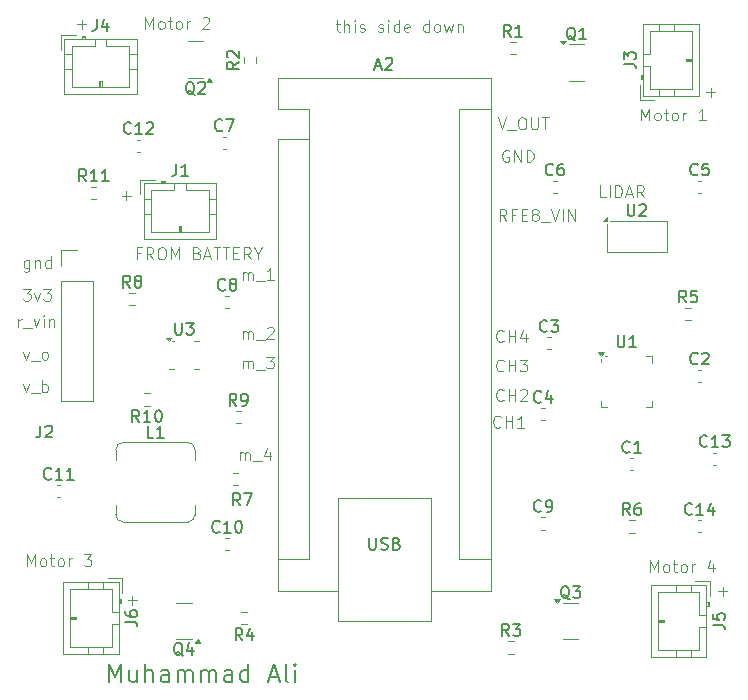
<source format=gbr>
%TF.GenerationSoftware,KiCad,Pcbnew,9.0.0*%
%TF.CreationDate,2025-10-30T20:26:06-05:00*%
%TF.ProjectId,kicad_proj1st,6b696361-645f-4707-926f-6a3173742e6b,rev?*%
%TF.SameCoordinates,Original*%
%TF.FileFunction,Legend,Top*%
%TF.FilePolarity,Positive*%
%FSLAX46Y46*%
G04 Gerber Fmt 4.6, Leading zero omitted, Abs format (unit mm)*
G04 Created by KiCad (PCBNEW 9.0.0) date 2025-10-30 20:26:06*
%MOMM*%
%LPD*%
G01*
G04 APERTURE LIST*
%ADD10C,0.100000*%
%ADD11C,0.200000*%
%ADD12C,0.150000*%
%ADD13C,0.120000*%
G04 APERTURE END LIST*
D10*
X60137217Y-60848609D02*
X59803884Y-60848609D01*
X59803884Y-61372419D02*
X59803884Y-60372419D01*
X59803884Y-60372419D02*
X60280074Y-60372419D01*
X61232455Y-61372419D02*
X60899122Y-60896228D01*
X60661027Y-61372419D02*
X60661027Y-60372419D01*
X60661027Y-60372419D02*
X61041979Y-60372419D01*
X61041979Y-60372419D02*
X61137217Y-60420038D01*
X61137217Y-60420038D02*
X61184836Y-60467657D01*
X61184836Y-60467657D02*
X61232455Y-60562895D01*
X61232455Y-60562895D02*
X61232455Y-60705752D01*
X61232455Y-60705752D02*
X61184836Y-60800990D01*
X61184836Y-60800990D02*
X61137217Y-60848609D01*
X61137217Y-60848609D02*
X61041979Y-60896228D01*
X61041979Y-60896228D02*
X60661027Y-60896228D01*
X61851503Y-60372419D02*
X62041979Y-60372419D01*
X62041979Y-60372419D02*
X62137217Y-60420038D01*
X62137217Y-60420038D02*
X62232455Y-60515276D01*
X62232455Y-60515276D02*
X62280074Y-60705752D01*
X62280074Y-60705752D02*
X62280074Y-61039085D01*
X62280074Y-61039085D02*
X62232455Y-61229561D01*
X62232455Y-61229561D02*
X62137217Y-61324800D01*
X62137217Y-61324800D02*
X62041979Y-61372419D01*
X62041979Y-61372419D02*
X61851503Y-61372419D01*
X61851503Y-61372419D02*
X61756265Y-61324800D01*
X61756265Y-61324800D02*
X61661027Y-61229561D01*
X61661027Y-61229561D02*
X61613408Y-61039085D01*
X61613408Y-61039085D02*
X61613408Y-60705752D01*
X61613408Y-60705752D02*
X61661027Y-60515276D01*
X61661027Y-60515276D02*
X61756265Y-60420038D01*
X61756265Y-60420038D02*
X61851503Y-60372419D01*
X62708646Y-61372419D02*
X62708646Y-60372419D01*
X62708646Y-60372419D02*
X63041979Y-61086704D01*
X63041979Y-61086704D02*
X63375312Y-60372419D01*
X63375312Y-60372419D02*
X63375312Y-61372419D01*
X64946741Y-60848609D02*
X65089598Y-60896228D01*
X65089598Y-60896228D02*
X65137217Y-60943847D01*
X65137217Y-60943847D02*
X65184836Y-61039085D01*
X65184836Y-61039085D02*
X65184836Y-61181942D01*
X65184836Y-61181942D02*
X65137217Y-61277180D01*
X65137217Y-61277180D02*
X65089598Y-61324800D01*
X65089598Y-61324800D02*
X64994360Y-61372419D01*
X64994360Y-61372419D02*
X64613408Y-61372419D01*
X64613408Y-61372419D02*
X64613408Y-60372419D01*
X64613408Y-60372419D02*
X64946741Y-60372419D01*
X64946741Y-60372419D02*
X65041979Y-60420038D01*
X65041979Y-60420038D02*
X65089598Y-60467657D01*
X65089598Y-60467657D02*
X65137217Y-60562895D01*
X65137217Y-60562895D02*
X65137217Y-60658133D01*
X65137217Y-60658133D02*
X65089598Y-60753371D01*
X65089598Y-60753371D02*
X65041979Y-60800990D01*
X65041979Y-60800990D02*
X64946741Y-60848609D01*
X64946741Y-60848609D02*
X64613408Y-60848609D01*
X65565789Y-61086704D02*
X66041979Y-61086704D01*
X65470551Y-61372419D02*
X65803884Y-60372419D01*
X65803884Y-60372419D02*
X66137217Y-61372419D01*
X66327694Y-60372419D02*
X66899122Y-60372419D01*
X66613408Y-61372419D02*
X66613408Y-60372419D01*
X67089599Y-60372419D02*
X67661027Y-60372419D01*
X67375313Y-61372419D02*
X67375313Y-60372419D01*
X67994361Y-60848609D02*
X68327694Y-60848609D01*
X68470551Y-61372419D02*
X67994361Y-61372419D01*
X67994361Y-61372419D02*
X67994361Y-60372419D01*
X67994361Y-60372419D02*
X68470551Y-60372419D01*
X69470551Y-61372419D02*
X69137218Y-60896228D01*
X68899123Y-61372419D02*
X68899123Y-60372419D01*
X68899123Y-60372419D02*
X69280075Y-60372419D01*
X69280075Y-60372419D02*
X69375313Y-60420038D01*
X69375313Y-60420038D02*
X69422932Y-60467657D01*
X69422932Y-60467657D02*
X69470551Y-60562895D01*
X69470551Y-60562895D02*
X69470551Y-60705752D01*
X69470551Y-60705752D02*
X69422932Y-60800990D01*
X69422932Y-60800990D02*
X69375313Y-60848609D01*
X69375313Y-60848609D02*
X69280075Y-60896228D01*
X69280075Y-60896228D02*
X68899123Y-60896228D01*
X70089599Y-60896228D02*
X70089599Y-61372419D01*
X69756266Y-60372419D02*
X70089599Y-60896228D01*
X70089599Y-60896228D02*
X70422932Y-60372419D01*
X91327693Y-52170038D02*
X91232455Y-52122419D01*
X91232455Y-52122419D02*
X91089598Y-52122419D01*
X91089598Y-52122419D02*
X90946741Y-52170038D01*
X90946741Y-52170038D02*
X90851503Y-52265276D01*
X90851503Y-52265276D02*
X90803884Y-52360514D01*
X90803884Y-52360514D02*
X90756265Y-52550990D01*
X90756265Y-52550990D02*
X90756265Y-52693847D01*
X90756265Y-52693847D02*
X90803884Y-52884323D01*
X90803884Y-52884323D02*
X90851503Y-52979561D01*
X90851503Y-52979561D02*
X90946741Y-53074800D01*
X90946741Y-53074800D02*
X91089598Y-53122419D01*
X91089598Y-53122419D02*
X91184836Y-53122419D01*
X91184836Y-53122419D02*
X91327693Y-53074800D01*
X91327693Y-53074800D02*
X91375312Y-53027180D01*
X91375312Y-53027180D02*
X91375312Y-52693847D01*
X91375312Y-52693847D02*
X91184836Y-52693847D01*
X91803884Y-53122419D02*
X91803884Y-52122419D01*
X91803884Y-52122419D02*
X92375312Y-53122419D01*
X92375312Y-53122419D02*
X92375312Y-52122419D01*
X92851503Y-53122419D02*
X92851503Y-52122419D01*
X92851503Y-52122419D02*
X93089598Y-52122419D01*
X93089598Y-52122419D02*
X93232455Y-52170038D01*
X93232455Y-52170038D02*
X93327693Y-52265276D01*
X93327693Y-52265276D02*
X93375312Y-52360514D01*
X93375312Y-52360514D02*
X93422931Y-52550990D01*
X93422931Y-52550990D02*
X93422931Y-52693847D01*
X93422931Y-52693847D02*
X93375312Y-52884323D01*
X93375312Y-52884323D02*
X93327693Y-52979561D01*
X93327693Y-52979561D02*
X93232455Y-53074800D01*
X93232455Y-53074800D02*
X93089598Y-53122419D01*
X93089598Y-53122419D02*
X92851503Y-53122419D01*
X68553884Y-78372419D02*
X68553884Y-77705752D01*
X68553884Y-77800990D02*
X68601503Y-77753371D01*
X68601503Y-77753371D02*
X68696741Y-77705752D01*
X68696741Y-77705752D02*
X68839598Y-77705752D01*
X68839598Y-77705752D02*
X68934836Y-77753371D01*
X68934836Y-77753371D02*
X68982455Y-77848609D01*
X68982455Y-77848609D02*
X68982455Y-78372419D01*
X68982455Y-77848609D02*
X69030074Y-77753371D01*
X69030074Y-77753371D02*
X69125312Y-77705752D01*
X69125312Y-77705752D02*
X69268169Y-77705752D01*
X69268169Y-77705752D02*
X69363408Y-77753371D01*
X69363408Y-77753371D02*
X69411027Y-77848609D01*
X69411027Y-77848609D02*
X69411027Y-78372419D01*
X69649122Y-78467657D02*
X70411026Y-78467657D01*
X71077693Y-77705752D02*
X71077693Y-78372419D01*
X70839598Y-77324800D02*
X70601503Y-78039085D01*
X70601503Y-78039085D02*
X71220550Y-78039085D01*
X68803884Y-70622419D02*
X68803884Y-69955752D01*
X68803884Y-70050990D02*
X68851503Y-70003371D01*
X68851503Y-70003371D02*
X68946741Y-69955752D01*
X68946741Y-69955752D02*
X69089598Y-69955752D01*
X69089598Y-69955752D02*
X69184836Y-70003371D01*
X69184836Y-70003371D02*
X69232455Y-70098609D01*
X69232455Y-70098609D02*
X69232455Y-70622419D01*
X69232455Y-70098609D02*
X69280074Y-70003371D01*
X69280074Y-70003371D02*
X69375312Y-69955752D01*
X69375312Y-69955752D02*
X69518169Y-69955752D01*
X69518169Y-69955752D02*
X69613408Y-70003371D01*
X69613408Y-70003371D02*
X69661027Y-70098609D01*
X69661027Y-70098609D02*
X69661027Y-70622419D01*
X69899122Y-70717657D02*
X70661026Y-70717657D01*
X70803884Y-69622419D02*
X71422931Y-69622419D01*
X71422931Y-69622419D02*
X71089598Y-70003371D01*
X71089598Y-70003371D02*
X71232455Y-70003371D01*
X71232455Y-70003371D02*
X71327693Y-70050990D01*
X71327693Y-70050990D02*
X71375312Y-70098609D01*
X71375312Y-70098609D02*
X71422931Y-70193847D01*
X71422931Y-70193847D02*
X71422931Y-70431942D01*
X71422931Y-70431942D02*
X71375312Y-70527180D01*
X71375312Y-70527180D02*
X71327693Y-70574800D01*
X71327693Y-70574800D02*
X71232455Y-70622419D01*
X71232455Y-70622419D02*
X70946741Y-70622419D01*
X70946741Y-70622419D02*
X70851503Y-70574800D01*
X70851503Y-70574800D02*
X70803884Y-70527180D01*
X68803884Y-68122419D02*
X68803884Y-67455752D01*
X68803884Y-67550990D02*
X68851503Y-67503371D01*
X68851503Y-67503371D02*
X68946741Y-67455752D01*
X68946741Y-67455752D02*
X69089598Y-67455752D01*
X69089598Y-67455752D02*
X69184836Y-67503371D01*
X69184836Y-67503371D02*
X69232455Y-67598609D01*
X69232455Y-67598609D02*
X69232455Y-68122419D01*
X69232455Y-67598609D02*
X69280074Y-67503371D01*
X69280074Y-67503371D02*
X69375312Y-67455752D01*
X69375312Y-67455752D02*
X69518169Y-67455752D01*
X69518169Y-67455752D02*
X69613408Y-67503371D01*
X69613408Y-67503371D02*
X69661027Y-67598609D01*
X69661027Y-67598609D02*
X69661027Y-68122419D01*
X69899122Y-68217657D02*
X70661026Y-68217657D01*
X70851503Y-67217657D02*
X70899122Y-67170038D01*
X70899122Y-67170038D02*
X70994360Y-67122419D01*
X70994360Y-67122419D02*
X71232455Y-67122419D01*
X71232455Y-67122419D02*
X71327693Y-67170038D01*
X71327693Y-67170038D02*
X71375312Y-67217657D01*
X71375312Y-67217657D02*
X71422931Y-67312895D01*
X71422931Y-67312895D02*
X71422931Y-67408133D01*
X71422931Y-67408133D02*
X71375312Y-67550990D01*
X71375312Y-67550990D02*
X70803884Y-68122419D01*
X70803884Y-68122419D02*
X71422931Y-68122419D01*
X68803884Y-63122419D02*
X68803884Y-62455752D01*
X68803884Y-62550990D02*
X68851503Y-62503371D01*
X68851503Y-62503371D02*
X68946741Y-62455752D01*
X68946741Y-62455752D02*
X69089598Y-62455752D01*
X69089598Y-62455752D02*
X69184836Y-62503371D01*
X69184836Y-62503371D02*
X69232455Y-62598609D01*
X69232455Y-62598609D02*
X69232455Y-63122419D01*
X69232455Y-62598609D02*
X69280074Y-62503371D01*
X69280074Y-62503371D02*
X69375312Y-62455752D01*
X69375312Y-62455752D02*
X69518169Y-62455752D01*
X69518169Y-62455752D02*
X69613408Y-62503371D01*
X69613408Y-62503371D02*
X69661027Y-62598609D01*
X69661027Y-62598609D02*
X69661027Y-63122419D01*
X69899122Y-63217657D02*
X70661026Y-63217657D01*
X71422931Y-63122419D02*
X70851503Y-63122419D01*
X71137217Y-63122419D02*
X71137217Y-62122419D01*
X71137217Y-62122419D02*
X71041979Y-62265276D01*
X71041979Y-62265276D02*
X70946741Y-62360514D01*
X70946741Y-62360514D02*
X70851503Y-62408133D01*
X50208646Y-63872419D02*
X50827693Y-63872419D01*
X50827693Y-63872419D02*
X50494360Y-64253371D01*
X50494360Y-64253371D02*
X50637217Y-64253371D01*
X50637217Y-64253371D02*
X50732455Y-64300990D01*
X50732455Y-64300990D02*
X50780074Y-64348609D01*
X50780074Y-64348609D02*
X50827693Y-64443847D01*
X50827693Y-64443847D02*
X50827693Y-64681942D01*
X50827693Y-64681942D02*
X50780074Y-64777180D01*
X50780074Y-64777180D02*
X50732455Y-64824800D01*
X50732455Y-64824800D02*
X50637217Y-64872419D01*
X50637217Y-64872419D02*
X50351503Y-64872419D01*
X50351503Y-64872419D02*
X50256265Y-64824800D01*
X50256265Y-64824800D02*
X50208646Y-64777180D01*
X51161027Y-64205752D02*
X51399122Y-64872419D01*
X51399122Y-64872419D02*
X51637217Y-64205752D01*
X51922932Y-63872419D02*
X52541979Y-63872419D01*
X52541979Y-63872419D02*
X52208646Y-64253371D01*
X52208646Y-64253371D02*
X52351503Y-64253371D01*
X52351503Y-64253371D02*
X52446741Y-64300990D01*
X52446741Y-64300990D02*
X52494360Y-64348609D01*
X52494360Y-64348609D02*
X52541979Y-64443847D01*
X52541979Y-64443847D02*
X52541979Y-64681942D01*
X52541979Y-64681942D02*
X52494360Y-64777180D01*
X52494360Y-64777180D02*
X52446741Y-64824800D01*
X52446741Y-64824800D02*
X52351503Y-64872419D01*
X52351503Y-64872419D02*
X52065789Y-64872419D01*
X52065789Y-64872419D02*
X51970551Y-64824800D01*
X51970551Y-64824800D02*
X51922932Y-64777180D01*
X49803884Y-67122419D02*
X49803884Y-66455752D01*
X49803884Y-66646228D02*
X49851503Y-66550990D01*
X49851503Y-66550990D02*
X49899122Y-66503371D01*
X49899122Y-66503371D02*
X49994360Y-66455752D01*
X49994360Y-66455752D02*
X50089598Y-66455752D01*
X50184837Y-67217657D02*
X50946741Y-67217657D01*
X51089599Y-66455752D02*
X51327694Y-67122419D01*
X51327694Y-67122419D02*
X51565789Y-66455752D01*
X51946742Y-67122419D02*
X51946742Y-66455752D01*
X51946742Y-66122419D02*
X51899123Y-66170038D01*
X51899123Y-66170038D02*
X51946742Y-66217657D01*
X51946742Y-66217657D02*
X51994361Y-66170038D01*
X51994361Y-66170038D02*
X51946742Y-66122419D01*
X51946742Y-66122419D02*
X51946742Y-66217657D01*
X52422932Y-66455752D02*
X52422932Y-67122419D01*
X52422932Y-66550990D02*
X52470551Y-66503371D01*
X52470551Y-66503371D02*
X52565789Y-66455752D01*
X52565789Y-66455752D02*
X52708646Y-66455752D01*
X52708646Y-66455752D02*
X52803884Y-66503371D01*
X52803884Y-66503371D02*
X52851503Y-66598609D01*
X52851503Y-66598609D02*
X52851503Y-67122419D01*
X90625312Y-75527180D02*
X90577693Y-75574800D01*
X90577693Y-75574800D02*
X90434836Y-75622419D01*
X90434836Y-75622419D02*
X90339598Y-75622419D01*
X90339598Y-75622419D02*
X90196741Y-75574800D01*
X90196741Y-75574800D02*
X90101503Y-75479561D01*
X90101503Y-75479561D02*
X90053884Y-75384323D01*
X90053884Y-75384323D02*
X90006265Y-75193847D01*
X90006265Y-75193847D02*
X90006265Y-75050990D01*
X90006265Y-75050990D02*
X90053884Y-74860514D01*
X90053884Y-74860514D02*
X90101503Y-74765276D01*
X90101503Y-74765276D02*
X90196741Y-74670038D01*
X90196741Y-74670038D02*
X90339598Y-74622419D01*
X90339598Y-74622419D02*
X90434836Y-74622419D01*
X90434836Y-74622419D02*
X90577693Y-74670038D01*
X90577693Y-74670038D02*
X90625312Y-74717657D01*
X91053884Y-75622419D02*
X91053884Y-74622419D01*
X91053884Y-75098609D02*
X91625312Y-75098609D01*
X91625312Y-75622419D02*
X91625312Y-74622419D01*
X92625312Y-75622419D02*
X92053884Y-75622419D01*
X92339598Y-75622419D02*
X92339598Y-74622419D01*
X92339598Y-74622419D02*
X92244360Y-74765276D01*
X92244360Y-74765276D02*
X92149122Y-74860514D01*
X92149122Y-74860514D02*
X92053884Y-74908133D01*
X90875312Y-73277180D02*
X90827693Y-73324800D01*
X90827693Y-73324800D02*
X90684836Y-73372419D01*
X90684836Y-73372419D02*
X90589598Y-73372419D01*
X90589598Y-73372419D02*
X90446741Y-73324800D01*
X90446741Y-73324800D02*
X90351503Y-73229561D01*
X90351503Y-73229561D02*
X90303884Y-73134323D01*
X90303884Y-73134323D02*
X90256265Y-72943847D01*
X90256265Y-72943847D02*
X90256265Y-72800990D01*
X90256265Y-72800990D02*
X90303884Y-72610514D01*
X90303884Y-72610514D02*
X90351503Y-72515276D01*
X90351503Y-72515276D02*
X90446741Y-72420038D01*
X90446741Y-72420038D02*
X90589598Y-72372419D01*
X90589598Y-72372419D02*
X90684836Y-72372419D01*
X90684836Y-72372419D02*
X90827693Y-72420038D01*
X90827693Y-72420038D02*
X90875312Y-72467657D01*
X91303884Y-73372419D02*
X91303884Y-72372419D01*
X91303884Y-72848609D02*
X91875312Y-72848609D01*
X91875312Y-73372419D02*
X91875312Y-72372419D01*
X92303884Y-72467657D02*
X92351503Y-72420038D01*
X92351503Y-72420038D02*
X92446741Y-72372419D01*
X92446741Y-72372419D02*
X92684836Y-72372419D01*
X92684836Y-72372419D02*
X92780074Y-72420038D01*
X92780074Y-72420038D02*
X92827693Y-72467657D01*
X92827693Y-72467657D02*
X92875312Y-72562895D01*
X92875312Y-72562895D02*
X92875312Y-72658133D01*
X92875312Y-72658133D02*
X92827693Y-72800990D01*
X92827693Y-72800990D02*
X92256265Y-73372419D01*
X92256265Y-73372419D02*
X92875312Y-73372419D01*
X90875312Y-70777180D02*
X90827693Y-70824800D01*
X90827693Y-70824800D02*
X90684836Y-70872419D01*
X90684836Y-70872419D02*
X90589598Y-70872419D01*
X90589598Y-70872419D02*
X90446741Y-70824800D01*
X90446741Y-70824800D02*
X90351503Y-70729561D01*
X90351503Y-70729561D02*
X90303884Y-70634323D01*
X90303884Y-70634323D02*
X90256265Y-70443847D01*
X90256265Y-70443847D02*
X90256265Y-70300990D01*
X90256265Y-70300990D02*
X90303884Y-70110514D01*
X90303884Y-70110514D02*
X90351503Y-70015276D01*
X90351503Y-70015276D02*
X90446741Y-69920038D01*
X90446741Y-69920038D02*
X90589598Y-69872419D01*
X90589598Y-69872419D02*
X90684836Y-69872419D01*
X90684836Y-69872419D02*
X90827693Y-69920038D01*
X90827693Y-69920038D02*
X90875312Y-69967657D01*
X91303884Y-70872419D02*
X91303884Y-69872419D01*
X91303884Y-70348609D02*
X91875312Y-70348609D01*
X91875312Y-70872419D02*
X91875312Y-69872419D01*
X92256265Y-69872419D02*
X92875312Y-69872419D01*
X92875312Y-69872419D02*
X92541979Y-70253371D01*
X92541979Y-70253371D02*
X92684836Y-70253371D01*
X92684836Y-70253371D02*
X92780074Y-70300990D01*
X92780074Y-70300990D02*
X92827693Y-70348609D01*
X92827693Y-70348609D02*
X92875312Y-70443847D01*
X92875312Y-70443847D02*
X92875312Y-70681942D01*
X92875312Y-70681942D02*
X92827693Y-70777180D01*
X92827693Y-70777180D02*
X92780074Y-70824800D01*
X92780074Y-70824800D02*
X92684836Y-70872419D01*
X92684836Y-70872419D02*
X92399122Y-70872419D01*
X92399122Y-70872419D02*
X92303884Y-70824800D01*
X92303884Y-70824800D02*
X92256265Y-70777180D01*
X90875312Y-68277180D02*
X90827693Y-68324800D01*
X90827693Y-68324800D02*
X90684836Y-68372419D01*
X90684836Y-68372419D02*
X90589598Y-68372419D01*
X90589598Y-68372419D02*
X90446741Y-68324800D01*
X90446741Y-68324800D02*
X90351503Y-68229561D01*
X90351503Y-68229561D02*
X90303884Y-68134323D01*
X90303884Y-68134323D02*
X90256265Y-67943847D01*
X90256265Y-67943847D02*
X90256265Y-67800990D01*
X90256265Y-67800990D02*
X90303884Y-67610514D01*
X90303884Y-67610514D02*
X90351503Y-67515276D01*
X90351503Y-67515276D02*
X90446741Y-67420038D01*
X90446741Y-67420038D02*
X90589598Y-67372419D01*
X90589598Y-67372419D02*
X90684836Y-67372419D01*
X90684836Y-67372419D02*
X90827693Y-67420038D01*
X90827693Y-67420038D02*
X90875312Y-67467657D01*
X91303884Y-68372419D02*
X91303884Y-67372419D01*
X91303884Y-67848609D02*
X91875312Y-67848609D01*
X91875312Y-68372419D02*
X91875312Y-67372419D01*
X92780074Y-67705752D02*
X92780074Y-68372419D01*
X92541979Y-67324800D02*
X92303884Y-68039085D01*
X92303884Y-68039085D02*
X92922931Y-68039085D01*
X91125312Y-58122419D02*
X90791979Y-57646228D01*
X90553884Y-58122419D02*
X90553884Y-57122419D01*
X90553884Y-57122419D02*
X90934836Y-57122419D01*
X90934836Y-57122419D02*
X91030074Y-57170038D01*
X91030074Y-57170038D02*
X91077693Y-57217657D01*
X91077693Y-57217657D02*
X91125312Y-57312895D01*
X91125312Y-57312895D02*
X91125312Y-57455752D01*
X91125312Y-57455752D02*
X91077693Y-57550990D01*
X91077693Y-57550990D02*
X91030074Y-57598609D01*
X91030074Y-57598609D02*
X90934836Y-57646228D01*
X90934836Y-57646228D02*
X90553884Y-57646228D01*
X91887217Y-57598609D02*
X91553884Y-57598609D01*
X91553884Y-58122419D02*
X91553884Y-57122419D01*
X91553884Y-57122419D02*
X92030074Y-57122419D01*
X92411027Y-57598609D02*
X92744360Y-57598609D01*
X92887217Y-58122419D02*
X92411027Y-58122419D01*
X92411027Y-58122419D02*
X92411027Y-57122419D01*
X92411027Y-57122419D02*
X92887217Y-57122419D01*
X93458646Y-57550990D02*
X93363408Y-57503371D01*
X93363408Y-57503371D02*
X93315789Y-57455752D01*
X93315789Y-57455752D02*
X93268170Y-57360514D01*
X93268170Y-57360514D02*
X93268170Y-57312895D01*
X93268170Y-57312895D02*
X93315789Y-57217657D01*
X93315789Y-57217657D02*
X93363408Y-57170038D01*
X93363408Y-57170038D02*
X93458646Y-57122419D01*
X93458646Y-57122419D02*
X93649122Y-57122419D01*
X93649122Y-57122419D02*
X93744360Y-57170038D01*
X93744360Y-57170038D02*
X93791979Y-57217657D01*
X93791979Y-57217657D02*
X93839598Y-57312895D01*
X93839598Y-57312895D02*
X93839598Y-57360514D01*
X93839598Y-57360514D02*
X93791979Y-57455752D01*
X93791979Y-57455752D02*
X93744360Y-57503371D01*
X93744360Y-57503371D02*
X93649122Y-57550990D01*
X93649122Y-57550990D02*
X93458646Y-57550990D01*
X93458646Y-57550990D02*
X93363408Y-57598609D01*
X93363408Y-57598609D02*
X93315789Y-57646228D01*
X93315789Y-57646228D02*
X93268170Y-57741466D01*
X93268170Y-57741466D02*
X93268170Y-57931942D01*
X93268170Y-57931942D02*
X93315789Y-58027180D01*
X93315789Y-58027180D02*
X93363408Y-58074800D01*
X93363408Y-58074800D02*
X93458646Y-58122419D01*
X93458646Y-58122419D02*
X93649122Y-58122419D01*
X93649122Y-58122419D02*
X93744360Y-58074800D01*
X93744360Y-58074800D02*
X93791979Y-58027180D01*
X93791979Y-58027180D02*
X93839598Y-57931942D01*
X93839598Y-57931942D02*
X93839598Y-57741466D01*
X93839598Y-57741466D02*
X93791979Y-57646228D01*
X93791979Y-57646228D02*
X93744360Y-57598609D01*
X93744360Y-57598609D02*
X93649122Y-57550990D01*
X94030075Y-58217657D02*
X94791979Y-58217657D01*
X94887218Y-57122419D02*
X95220551Y-58122419D01*
X95220551Y-58122419D02*
X95553884Y-57122419D01*
X95887218Y-58122419D02*
X95887218Y-57122419D01*
X96363408Y-58122419D02*
X96363408Y-57122419D01*
X96363408Y-57122419D02*
X96934836Y-58122419D01*
X96934836Y-58122419D02*
X96934836Y-57122419D01*
X90411027Y-49372419D02*
X90744360Y-50372419D01*
X90744360Y-50372419D02*
X91077693Y-49372419D01*
X91172932Y-50467657D02*
X91934836Y-50467657D01*
X92363408Y-49372419D02*
X92553884Y-49372419D01*
X92553884Y-49372419D02*
X92649122Y-49420038D01*
X92649122Y-49420038D02*
X92744360Y-49515276D01*
X92744360Y-49515276D02*
X92791979Y-49705752D01*
X92791979Y-49705752D02*
X92791979Y-50039085D01*
X92791979Y-50039085D02*
X92744360Y-50229561D01*
X92744360Y-50229561D02*
X92649122Y-50324800D01*
X92649122Y-50324800D02*
X92553884Y-50372419D01*
X92553884Y-50372419D02*
X92363408Y-50372419D01*
X92363408Y-50372419D02*
X92268170Y-50324800D01*
X92268170Y-50324800D02*
X92172932Y-50229561D01*
X92172932Y-50229561D02*
X92125313Y-50039085D01*
X92125313Y-50039085D02*
X92125313Y-49705752D01*
X92125313Y-49705752D02*
X92172932Y-49515276D01*
X92172932Y-49515276D02*
X92268170Y-49420038D01*
X92268170Y-49420038D02*
X92363408Y-49372419D01*
X93220551Y-49372419D02*
X93220551Y-50181942D01*
X93220551Y-50181942D02*
X93268170Y-50277180D01*
X93268170Y-50277180D02*
X93315789Y-50324800D01*
X93315789Y-50324800D02*
X93411027Y-50372419D01*
X93411027Y-50372419D02*
X93601503Y-50372419D01*
X93601503Y-50372419D02*
X93696741Y-50324800D01*
X93696741Y-50324800D02*
X93744360Y-50277180D01*
X93744360Y-50277180D02*
X93791979Y-50181942D01*
X93791979Y-50181942D02*
X93791979Y-49372419D01*
X94125313Y-49372419D02*
X94696741Y-49372419D01*
X94411027Y-50372419D02*
X94411027Y-49372419D01*
X76661027Y-41455752D02*
X77041979Y-41455752D01*
X76803884Y-41122419D02*
X76803884Y-41979561D01*
X76803884Y-41979561D02*
X76851503Y-42074800D01*
X76851503Y-42074800D02*
X76946741Y-42122419D01*
X76946741Y-42122419D02*
X77041979Y-42122419D01*
X77375313Y-42122419D02*
X77375313Y-41122419D01*
X77803884Y-42122419D02*
X77803884Y-41598609D01*
X77803884Y-41598609D02*
X77756265Y-41503371D01*
X77756265Y-41503371D02*
X77661027Y-41455752D01*
X77661027Y-41455752D02*
X77518170Y-41455752D01*
X77518170Y-41455752D02*
X77422932Y-41503371D01*
X77422932Y-41503371D02*
X77375313Y-41550990D01*
X78280075Y-42122419D02*
X78280075Y-41455752D01*
X78280075Y-41122419D02*
X78232456Y-41170038D01*
X78232456Y-41170038D02*
X78280075Y-41217657D01*
X78280075Y-41217657D02*
X78327694Y-41170038D01*
X78327694Y-41170038D02*
X78280075Y-41122419D01*
X78280075Y-41122419D02*
X78280075Y-41217657D01*
X78708646Y-42074800D02*
X78803884Y-42122419D01*
X78803884Y-42122419D02*
X78994360Y-42122419D01*
X78994360Y-42122419D02*
X79089598Y-42074800D01*
X79089598Y-42074800D02*
X79137217Y-41979561D01*
X79137217Y-41979561D02*
X79137217Y-41931942D01*
X79137217Y-41931942D02*
X79089598Y-41836704D01*
X79089598Y-41836704D02*
X78994360Y-41789085D01*
X78994360Y-41789085D02*
X78851503Y-41789085D01*
X78851503Y-41789085D02*
X78756265Y-41741466D01*
X78756265Y-41741466D02*
X78708646Y-41646228D01*
X78708646Y-41646228D02*
X78708646Y-41598609D01*
X78708646Y-41598609D02*
X78756265Y-41503371D01*
X78756265Y-41503371D02*
X78851503Y-41455752D01*
X78851503Y-41455752D02*
X78994360Y-41455752D01*
X78994360Y-41455752D02*
X79089598Y-41503371D01*
X80280075Y-42074800D02*
X80375313Y-42122419D01*
X80375313Y-42122419D02*
X80565789Y-42122419D01*
X80565789Y-42122419D02*
X80661027Y-42074800D01*
X80661027Y-42074800D02*
X80708646Y-41979561D01*
X80708646Y-41979561D02*
X80708646Y-41931942D01*
X80708646Y-41931942D02*
X80661027Y-41836704D01*
X80661027Y-41836704D02*
X80565789Y-41789085D01*
X80565789Y-41789085D02*
X80422932Y-41789085D01*
X80422932Y-41789085D02*
X80327694Y-41741466D01*
X80327694Y-41741466D02*
X80280075Y-41646228D01*
X80280075Y-41646228D02*
X80280075Y-41598609D01*
X80280075Y-41598609D02*
X80327694Y-41503371D01*
X80327694Y-41503371D02*
X80422932Y-41455752D01*
X80422932Y-41455752D02*
X80565789Y-41455752D01*
X80565789Y-41455752D02*
X80661027Y-41503371D01*
X81137218Y-42122419D02*
X81137218Y-41455752D01*
X81137218Y-41122419D02*
X81089599Y-41170038D01*
X81089599Y-41170038D02*
X81137218Y-41217657D01*
X81137218Y-41217657D02*
X81184837Y-41170038D01*
X81184837Y-41170038D02*
X81137218Y-41122419D01*
X81137218Y-41122419D02*
X81137218Y-41217657D01*
X82041979Y-42122419D02*
X82041979Y-41122419D01*
X82041979Y-42074800D02*
X81946741Y-42122419D01*
X81946741Y-42122419D02*
X81756265Y-42122419D01*
X81756265Y-42122419D02*
X81661027Y-42074800D01*
X81661027Y-42074800D02*
X81613408Y-42027180D01*
X81613408Y-42027180D02*
X81565789Y-41931942D01*
X81565789Y-41931942D02*
X81565789Y-41646228D01*
X81565789Y-41646228D02*
X81613408Y-41550990D01*
X81613408Y-41550990D02*
X81661027Y-41503371D01*
X81661027Y-41503371D02*
X81756265Y-41455752D01*
X81756265Y-41455752D02*
X81946741Y-41455752D01*
X81946741Y-41455752D02*
X82041979Y-41503371D01*
X82899122Y-42074800D02*
X82803884Y-42122419D01*
X82803884Y-42122419D02*
X82613408Y-42122419D01*
X82613408Y-42122419D02*
X82518170Y-42074800D01*
X82518170Y-42074800D02*
X82470551Y-41979561D01*
X82470551Y-41979561D02*
X82470551Y-41598609D01*
X82470551Y-41598609D02*
X82518170Y-41503371D01*
X82518170Y-41503371D02*
X82613408Y-41455752D01*
X82613408Y-41455752D02*
X82803884Y-41455752D01*
X82803884Y-41455752D02*
X82899122Y-41503371D01*
X82899122Y-41503371D02*
X82946741Y-41598609D01*
X82946741Y-41598609D02*
X82946741Y-41693847D01*
X82946741Y-41693847D02*
X82470551Y-41789085D01*
X84565789Y-42122419D02*
X84565789Y-41122419D01*
X84565789Y-42074800D02*
X84470551Y-42122419D01*
X84470551Y-42122419D02*
X84280075Y-42122419D01*
X84280075Y-42122419D02*
X84184837Y-42074800D01*
X84184837Y-42074800D02*
X84137218Y-42027180D01*
X84137218Y-42027180D02*
X84089599Y-41931942D01*
X84089599Y-41931942D02*
X84089599Y-41646228D01*
X84089599Y-41646228D02*
X84137218Y-41550990D01*
X84137218Y-41550990D02*
X84184837Y-41503371D01*
X84184837Y-41503371D02*
X84280075Y-41455752D01*
X84280075Y-41455752D02*
X84470551Y-41455752D01*
X84470551Y-41455752D02*
X84565789Y-41503371D01*
X85184837Y-42122419D02*
X85089599Y-42074800D01*
X85089599Y-42074800D02*
X85041980Y-42027180D01*
X85041980Y-42027180D02*
X84994361Y-41931942D01*
X84994361Y-41931942D02*
X84994361Y-41646228D01*
X84994361Y-41646228D02*
X85041980Y-41550990D01*
X85041980Y-41550990D02*
X85089599Y-41503371D01*
X85089599Y-41503371D02*
X85184837Y-41455752D01*
X85184837Y-41455752D02*
X85327694Y-41455752D01*
X85327694Y-41455752D02*
X85422932Y-41503371D01*
X85422932Y-41503371D02*
X85470551Y-41550990D01*
X85470551Y-41550990D02*
X85518170Y-41646228D01*
X85518170Y-41646228D02*
X85518170Y-41931942D01*
X85518170Y-41931942D02*
X85470551Y-42027180D01*
X85470551Y-42027180D02*
X85422932Y-42074800D01*
X85422932Y-42074800D02*
X85327694Y-42122419D01*
X85327694Y-42122419D02*
X85184837Y-42122419D01*
X85851504Y-41455752D02*
X86041980Y-42122419D01*
X86041980Y-42122419D02*
X86232456Y-41646228D01*
X86232456Y-41646228D02*
X86422932Y-42122419D01*
X86422932Y-42122419D02*
X86613408Y-41455752D01*
X86994361Y-41455752D02*
X86994361Y-42122419D01*
X86994361Y-41550990D02*
X87041980Y-41503371D01*
X87041980Y-41503371D02*
X87137218Y-41455752D01*
X87137218Y-41455752D02*
X87280075Y-41455752D01*
X87280075Y-41455752D02*
X87375313Y-41503371D01*
X87375313Y-41503371D02*
X87422932Y-41598609D01*
X87422932Y-41598609D02*
X87422932Y-42122419D01*
X50732455Y-61455752D02*
X50732455Y-62265276D01*
X50732455Y-62265276D02*
X50684836Y-62360514D01*
X50684836Y-62360514D02*
X50637217Y-62408133D01*
X50637217Y-62408133D02*
X50541979Y-62455752D01*
X50541979Y-62455752D02*
X50399122Y-62455752D01*
X50399122Y-62455752D02*
X50303884Y-62408133D01*
X50732455Y-62074800D02*
X50637217Y-62122419D01*
X50637217Y-62122419D02*
X50446741Y-62122419D01*
X50446741Y-62122419D02*
X50351503Y-62074800D01*
X50351503Y-62074800D02*
X50303884Y-62027180D01*
X50303884Y-62027180D02*
X50256265Y-61931942D01*
X50256265Y-61931942D02*
X50256265Y-61646228D01*
X50256265Y-61646228D02*
X50303884Y-61550990D01*
X50303884Y-61550990D02*
X50351503Y-61503371D01*
X50351503Y-61503371D02*
X50446741Y-61455752D01*
X50446741Y-61455752D02*
X50637217Y-61455752D01*
X50637217Y-61455752D02*
X50732455Y-61503371D01*
X51208646Y-61455752D02*
X51208646Y-62122419D01*
X51208646Y-61550990D02*
X51256265Y-61503371D01*
X51256265Y-61503371D02*
X51351503Y-61455752D01*
X51351503Y-61455752D02*
X51494360Y-61455752D01*
X51494360Y-61455752D02*
X51589598Y-61503371D01*
X51589598Y-61503371D02*
X51637217Y-61598609D01*
X51637217Y-61598609D02*
X51637217Y-62122419D01*
X52541979Y-62122419D02*
X52541979Y-61122419D01*
X52541979Y-62074800D02*
X52446741Y-62122419D01*
X52446741Y-62122419D02*
X52256265Y-62122419D01*
X52256265Y-62122419D02*
X52161027Y-62074800D01*
X52161027Y-62074800D02*
X52113408Y-62027180D01*
X52113408Y-62027180D02*
X52065789Y-61931942D01*
X52065789Y-61931942D02*
X52065789Y-61646228D01*
X52065789Y-61646228D02*
X52113408Y-61550990D01*
X52113408Y-61550990D02*
X52161027Y-61503371D01*
X52161027Y-61503371D02*
X52256265Y-61455752D01*
X52256265Y-61455752D02*
X52446741Y-61455752D01*
X52446741Y-61455752D02*
X52541979Y-61503371D01*
X50208646Y-69205752D02*
X50446741Y-69872419D01*
X50446741Y-69872419D02*
X50684836Y-69205752D01*
X50827694Y-69967657D02*
X51589598Y-69967657D01*
X51970551Y-69872419D02*
X51875313Y-69824800D01*
X51875313Y-69824800D02*
X51827694Y-69777180D01*
X51827694Y-69777180D02*
X51780075Y-69681942D01*
X51780075Y-69681942D02*
X51780075Y-69396228D01*
X51780075Y-69396228D02*
X51827694Y-69300990D01*
X51827694Y-69300990D02*
X51875313Y-69253371D01*
X51875313Y-69253371D02*
X51970551Y-69205752D01*
X51970551Y-69205752D02*
X52113408Y-69205752D01*
X52113408Y-69205752D02*
X52208646Y-69253371D01*
X52208646Y-69253371D02*
X52256265Y-69300990D01*
X52256265Y-69300990D02*
X52303884Y-69396228D01*
X52303884Y-69396228D02*
X52303884Y-69681942D01*
X52303884Y-69681942D02*
X52256265Y-69777180D01*
X52256265Y-69777180D02*
X52208646Y-69824800D01*
X52208646Y-69824800D02*
X52113408Y-69872419D01*
X52113408Y-69872419D02*
X51970551Y-69872419D01*
X50208646Y-71955752D02*
X50446741Y-72622419D01*
X50446741Y-72622419D02*
X50684836Y-71955752D01*
X50827694Y-72717657D02*
X51589598Y-72717657D01*
X51827694Y-72622419D02*
X51827694Y-71622419D01*
X51827694Y-72003371D02*
X51922932Y-71955752D01*
X51922932Y-71955752D02*
X52113408Y-71955752D01*
X52113408Y-71955752D02*
X52208646Y-72003371D01*
X52208646Y-72003371D02*
X52256265Y-72050990D01*
X52256265Y-72050990D02*
X52303884Y-72146228D01*
X52303884Y-72146228D02*
X52303884Y-72431942D01*
X52303884Y-72431942D02*
X52256265Y-72527180D01*
X52256265Y-72527180D02*
X52208646Y-72574800D01*
X52208646Y-72574800D02*
X52113408Y-72622419D01*
X52113408Y-72622419D02*
X51922932Y-72622419D01*
X51922932Y-72622419D02*
X51827694Y-72574800D01*
X58553884Y-55991466D02*
X59315789Y-55991466D01*
X58934836Y-56372419D02*
X58934836Y-55610514D01*
X108053884Y-47241466D02*
X108815789Y-47241466D01*
X108434836Y-47622419D02*
X108434836Y-46860514D01*
X54803884Y-41491466D02*
X55565789Y-41491466D01*
X55184836Y-41872419D02*
X55184836Y-41110514D01*
X59053884Y-90241466D02*
X59815789Y-90241466D01*
X59434836Y-90622419D02*
X59434836Y-89860514D01*
X109053884Y-89491466D02*
X109815789Y-89491466D01*
X109434836Y-89872419D02*
X109434836Y-89110514D01*
X99530074Y-56122419D02*
X99053884Y-56122419D01*
X99053884Y-56122419D02*
X99053884Y-55122419D01*
X99863408Y-56122419D02*
X99863408Y-55122419D01*
X100339598Y-56122419D02*
X100339598Y-55122419D01*
X100339598Y-55122419D02*
X100577693Y-55122419D01*
X100577693Y-55122419D02*
X100720550Y-55170038D01*
X100720550Y-55170038D02*
X100815788Y-55265276D01*
X100815788Y-55265276D02*
X100863407Y-55360514D01*
X100863407Y-55360514D02*
X100911026Y-55550990D01*
X100911026Y-55550990D02*
X100911026Y-55693847D01*
X100911026Y-55693847D02*
X100863407Y-55884323D01*
X100863407Y-55884323D02*
X100815788Y-55979561D01*
X100815788Y-55979561D02*
X100720550Y-56074800D01*
X100720550Y-56074800D02*
X100577693Y-56122419D01*
X100577693Y-56122419D02*
X100339598Y-56122419D01*
X101291979Y-55836704D02*
X101768169Y-55836704D01*
X101196741Y-56122419D02*
X101530074Y-55122419D01*
X101530074Y-55122419D02*
X101863407Y-56122419D01*
X102768169Y-56122419D02*
X102434836Y-55646228D01*
X102196741Y-56122419D02*
X102196741Y-55122419D01*
X102196741Y-55122419D02*
X102577693Y-55122419D01*
X102577693Y-55122419D02*
X102672931Y-55170038D01*
X102672931Y-55170038D02*
X102720550Y-55217657D01*
X102720550Y-55217657D02*
X102768169Y-55312895D01*
X102768169Y-55312895D02*
X102768169Y-55455752D01*
X102768169Y-55455752D02*
X102720550Y-55550990D01*
X102720550Y-55550990D02*
X102672931Y-55598609D01*
X102672931Y-55598609D02*
X102577693Y-55646228D01*
X102577693Y-55646228D02*
X102196741Y-55646228D01*
X103303884Y-87872419D02*
X103303884Y-86872419D01*
X103303884Y-86872419D02*
X103637217Y-87586704D01*
X103637217Y-87586704D02*
X103970550Y-86872419D01*
X103970550Y-86872419D02*
X103970550Y-87872419D01*
X104589598Y-87872419D02*
X104494360Y-87824800D01*
X104494360Y-87824800D02*
X104446741Y-87777180D01*
X104446741Y-87777180D02*
X104399122Y-87681942D01*
X104399122Y-87681942D02*
X104399122Y-87396228D01*
X104399122Y-87396228D02*
X104446741Y-87300990D01*
X104446741Y-87300990D02*
X104494360Y-87253371D01*
X104494360Y-87253371D02*
X104589598Y-87205752D01*
X104589598Y-87205752D02*
X104732455Y-87205752D01*
X104732455Y-87205752D02*
X104827693Y-87253371D01*
X104827693Y-87253371D02*
X104875312Y-87300990D01*
X104875312Y-87300990D02*
X104922931Y-87396228D01*
X104922931Y-87396228D02*
X104922931Y-87681942D01*
X104922931Y-87681942D02*
X104875312Y-87777180D01*
X104875312Y-87777180D02*
X104827693Y-87824800D01*
X104827693Y-87824800D02*
X104732455Y-87872419D01*
X104732455Y-87872419D02*
X104589598Y-87872419D01*
X105208646Y-87205752D02*
X105589598Y-87205752D01*
X105351503Y-86872419D02*
X105351503Y-87729561D01*
X105351503Y-87729561D02*
X105399122Y-87824800D01*
X105399122Y-87824800D02*
X105494360Y-87872419D01*
X105494360Y-87872419D02*
X105589598Y-87872419D01*
X106065789Y-87872419D02*
X105970551Y-87824800D01*
X105970551Y-87824800D02*
X105922932Y-87777180D01*
X105922932Y-87777180D02*
X105875313Y-87681942D01*
X105875313Y-87681942D02*
X105875313Y-87396228D01*
X105875313Y-87396228D02*
X105922932Y-87300990D01*
X105922932Y-87300990D02*
X105970551Y-87253371D01*
X105970551Y-87253371D02*
X106065789Y-87205752D01*
X106065789Y-87205752D02*
X106208646Y-87205752D01*
X106208646Y-87205752D02*
X106303884Y-87253371D01*
X106303884Y-87253371D02*
X106351503Y-87300990D01*
X106351503Y-87300990D02*
X106399122Y-87396228D01*
X106399122Y-87396228D02*
X106399122Y-87681942D01*
X106399122Y-87681942D02*
X106351503Y-87777180D01*
X106351503Y-87777180D02*
X106303884Y-87824800D01*
X106303884Y-87824800D02*
X106208646Y-87872419D01*
X106208646Y-87872419D02*
X106065789Y-87872419D01*
X106827694Y-87872419D02*
X106827694Y-87205752D01*
X106827694Y-87396228D02*
X106875313Y-87300990D01*
X106875313Y-87300990D02*
X106922932Y-87253371D01*
X106922932Y-87253371D02*
X107018170Y-87205752D01*
X107018170Y-87205752D02*
X107113408Y-87205752D01*
X108637218Y-87205752D02*
X108637218Y-87872419D01*
X108399123Y-86824800D02*
X108161028Y-87539085D01*
X108161028Y-87539085D02*
X108780075Y-87539085D01*
X50553884Y-87372419D02*
X50553884Y-86372419D01*
X50553884Y-86372419D02*
X50887217Y-87086704D01*
X50887217Y-87086704D02*
X51220550Y-86372419D01*
X51220550Y-86372419D02*
X51220550Y-87372419D01*
X51839598Y-87372419D02*
X51744360Y-87324800D01*
X51744360Y-87324800D02*
X51696741Y-87277180D01*
X51696741Y-87277180D02*
X51649122Y-87181942D01*
X51649122Y-87181942D02*
X51649122Y-86896228D01*
X51649122Y-86896228D02*
X51696741Y-86800990D01*
X51696741Y-86800990D02*
X51744360Y-86753371D01*
X51744360Y-86753371D02*
X51839598Y-86705752D01*
X51839598Y-86705752D02*
X51982455Y-86705752D01*
X51982455Y-86705752D02*
X52077693Y-86753371D01*
X52077693Y-86753371D02*
X52125312Y-86800990D01*
X52125312Y-86800990D02*
X52172931Y-86896228D01*
X52172931Y-86896228D02*
X52172931Y-87181942D01*
X52172931Y-87181942D02*
X52125312Y-87277180D01*
X52125312Y-87277180D02*
X52077693Y-87324800D01*
X52077693Y-87324800D02*
X51982455Y-87372419D01*
X51982455Y-87372419D02*
X51839598Y-87372419D01*
X52458646Y-86705752D02*
X52839598Y-86705752D01*
X52601503Y-86372419D02*
X52601503Y-87229561D01*
X52601503Y-87229561D02*
X52649122Y-87324800D01*
X52649122Y-87324800D02*
X52744360Y-87372419D01*
X52744360Y-87372419D02*
X52839598Y-87372419D01*
X53315789Y-87372419D02*
X53220551Y-87324800D01*
X53220551Y-87324800D02*
X53172932Y-87277180D01*
X53172932Y-87277180D02*
X53125313Y-87181942D01*
X53125313Y-87181942D02*
X53125313Y-86896228D01*
X53125313Y-86896228D02*
X53172932Y-86800990D01*
X53172932Y-86800990D02*
X53220551Y-86753371D01*
X53220551Y-86753371D02*
X53315789Y-86705752D01*
X53315789Y-86705752D02*
X53458646Y-86705752D01*
X53458646Y-86705752D02*
X53553884Y-86753371D01*
X53553884Y-86753371D02*
X53601503Y-86800990D01*
X53601503Y-86800990D02*
X53649122Y-86896228D01*
X53649122Y-86896228D02*
X53649122Y-87181942D01*
X53649122Y-87181942D02*
X53601503Y-87277180D01*
X53601503Y-87277180D02*
X53553884Y-87324800D01*
X53553884Y-87324800D02*
X53458646Y-87372419D01*
X53458646Y-87372419D02*
X53315789Y-87372419D01*
X54077694Y-87372419D02*
X54077694Y-86705752D01*
X54077694Y-86896228D02*
X54125313Y-86800990D01*
X54125313Y-86800990D02*
X54172932Y-86753371D01*
X54172932Y-86753371D02*
X54268170Y-86705752D01*
X54268170Y-86705752D02*
X54363408Y-86705752D01*
X55363409Y-86372419D02*
X55982456Y-86372419D01*
X55982456Y-86372419D02*
X55649123Y-86753371D01*
X55649123Y-86753371D02*
X55791980Y-86753371D01*
X55791980Y-86753371D02*
X55887218Y-86800990D01*
X55887218Y-86800990D02*
X55934837Y-86848609D01*
X55934837Y-86848609D02*
X55982456Y-86943847D01*
X55982456Y-86943847D02*
X55982456Y-87181942D01*
X55982456Y-87181942D02*
X55934837Y-87277180D01*
X55934837Y-87277180D02*
X55887218Y-87324800D01*
X55887218Y-87324800D02*
X55791980Y-87372419D01*
X55791980Y-87372419D02*
X55506266Y-87372419D01*
X55506266Y-87372419D02*
X55411028Y-87324800D01*
X55411028Y-87324800D02*
X55363409Y-87277180D01*
X60553884Y-41872419D02*
X60553884Y-40872419D01*
X60553884Y-40872419D02*
X60887217Y-41586704D01*
X60887217Y-41586704D02*
X61220550Y-40872419D01*
X61220550Y-40872419D02*
X61220550Y-41872419D01*
X61839598Y-41872419D02*
X61744360Y-41824800D01*
X61744360Y-41824800D02*
X61696741Y-41777180D01*
X61696741Y-41777180D02*
X61649122Y-41681942D01*
X61649122Y-41681942D02*
X61649122Y-41396228D01*
X61649122Y-41396228D02*
X61696741Y-41300990D01*
X61696741Y-41300990D02*
X61744360Y-41253371D01*
X61744360Y-41253371D02*
X61839598Y-41205752D01*
X61839598Y-41205752D02*
X61982455Y-41205752D01*
X61982455Y-41205752D02*
X62077693Y-41253371D01*
X62077693Y-41253371D02*
X62125312Y-41300990D01*
X62125312Y-41300990D02*
X62172931Y-41396228D01*
X62172931Y-41396228D02*
X62172931Y-41681942D01*
X62172931Y-41681942D02*
X62125312Y-41777180D01*
X62125312Y-41777180D02*
X62077693Y-41824800D01*
X62077693Y-41824800D02*
X61982455Y-41872419D01*
X61982455Y-41872419D02*
X61839598Y-41872419D01*
X62458646Y-41205752D02*
X62839598Y-41205752D01*
X62601503Y-40872419D02*
X62601503Y-41729561D01*
X62601503Y-41729561D02*
X62649122Y-41824800D01*
X62649122Y-41824800D02*
X62744360Y-41872419D01*
X62744360Y-41872419D02*
X62839598Y-41872419D01*
X63315789Y-41872419D02*
X63220551Y-41824800D01*
X63220551Y-41824800D02*
X63172932Y-41777180D01*
X63172932Y-41777180D02*
X63125313Y-41681942D01*
X63125313Y-41681942D02*
X63125313Y-41396228D01*
X63125313Y-41396228D02*
X63172932Y-41300990D01*
X63172932Y-41300990D02*
X63220551Y-41253371D01*
X63220551Y-41253371D02*
X63315789Y-41205752D01*
X63315789Y-41205752D02*
X63458646Y-41205752D01*
X63458646Y-41205752D02*
X63553884Y-41253371D01*
X63553884Y-41253371D02*
X63601503Y-41300990D01*
X63601503Y-41300990D02*
X63649122Y-41396228D01*
X63649122Y-41396228D02*
X63649122Y-41681942D01*
X63649122Y-41681942D02*
X63601503Y-41777180D01*
X63601503Y-41777180D02*
X63553884Y-41824800D01*
X63553884Y-41824800D02*
X63458646Y-41872419D01*
X63458646Y-41872419D02*
X63315789Y-41872419D01*
X64077694Y-41872419D02*
X64077694Y-41205752D01*
X64077694Y-41396228D02*
X64125313Y-41300990D01*
X64125313Y-41300990D02*
X64172932Y-41253371D01*
X64172932Y-41253371D02*
X64268170Y-41205752D01*
X64268170Y-41205752D02*
X64363408Y-41205752D01*
X65411028Y-40967657D02*
X65458647Y-40920038D01*
X65458647Y-40920038D02*
X65553885Y-40872419D01*
X65553885Y-40872419D02*
X65791980Y-40872419D01*
X65791980Y-40872419D02*
X65887218Y-40920038D01*
X65887218Y-40920038D02*
X65934837Y-40967657D01*
X65934837Y-40967657D02*
X65982456Y-41062895D01*
X65982456Y-41062895D02*
X65982456Y-41158133D01*
X65982456Y-41158133D02*
X65934837Y-41300990D01*
X65934837Y-41300990D02*
X65363409Y-41872419D01*
X65363409Y-41872419D02*
X65982456Y-41872419D01*
X102553884Y-49622419D02*
X102553884Y-48622419D01*
X102553884Y-48622419D02*
X102887217Y-49336704D01*
X102887217Y-49336704D02*
X103220550Y-48622419D01*
X103220550Y-48622419D02*
X103220550Y-49622419D01*
X103839598Y-49622419D02*
X103744360Y-49574800D01*
X103744360Y-49574800D02*
X103696741Y-49527180D01*
X103696741Y-49527180D02*
X103649122Y-49431942D01*
X103649122Y-49431942D02*
X103649122Y-49146228D01*
X103649122Y-49146228D02*
X103696741Y-49050990D01*
X103696741Y-49050990D02*
X103744360Y-49003371D01*
X103744360Y-49003371D02*
X103839598Y-48955752D01*
X103839598Y-48955752D02*
X103982455Y-48955752D01*
X103982455Y-48955752D02*
X104077693Y-49003371D01*
X104077693Y-49003371D02*
X104125312Y-49050990D01*
X104125312Y-49050990D02*
X104172931Y-49146228D01*
X104172931Y-49146228D02*
X104172931Y-49431942D01*
X104172931Y-49431942D02*
X104125312Y-49527180D01*
X104125312Y-49527180D02*
X104077693Y-49574800D01*
X104077693Y-49574800D02*
X103982455Y-49622419D01*
X103982455Y-49622419D02*
X103839598Y-49622419D01*
X104458646Y-48955752D02*
X104839598Y-48955752D01*
X104601503Y-48622419D02*
X104601503Y-49479561D01*
X104601503Y-49479561D02*
X104649122Y-49574800D01*
X104649122Y-49574800D02*
X104744360Y-49622419D01*
X104744360Y-49622419D02*
X104839598Y-49622419D01*
X105315789Y-49622419D02*
X105220551Y-49574800D01*
X105220551Y-49574800D02*
X105172932Y-49527180D01*
X105172932Y-49527180D02*
X105125313Y-49431942D01*
X105125313Y-49431942D02*
X105125313Y-49146228D01*
X105125313Y-49146228D02*
X105172932Y-49050990D01*
X105172932Y-49050990D02*
X105220551Y-49003371D01*
X105220551Y-49003371D02*
X105315789Y-48955752D01*
X105315789Y-48955752D02*
X105458646Y-48955752D01*
X105458646Y-48955752D02*
X105553884Y-49003371D01*
X105553884Y-49003371D02*
X105601503Y-49050990D01*
X105601503Y-49050990D02*
X105649122Y-49146228D01*
X105649122Y-49146228D02*
X105649122Y-49431942D01*
X105649122Y-49431942D02*
X105601503Y-49527180D01*
X105601503Y-49527180D02*
X105553884Y-49574800D01*
X105553884Y-49574800D02*
X105458646Y-49622419D01*
X105458646Y-49622419D02*
X105315789Y-49622419D01*
X106077694Y-49622419D02*
X106077694Y-48955752D01*
X106077694Y-49146228D02*
X106125313Y-49050990D01*
X106125313Y-49050990D02*
X106172932Y-49003371D01*
X106172932Y-49003371D02*
X106268170Y-48955752D01*
X106268170Y-48955752D02*
X106363408Y-48955752D01*
X107982456Y-49622419D02*
X107411028Y-49622419D01*
X107696742Y-49622419D02*
X107696742Y-48622419D01*
X107696742Y-48622419D02*
X107601504Y-48765276D01*
X107601504Y-48765276D02*
X107506266Y-48860514D01*
X107506266Y-48860514D02*
X107411028Y-48908133D01*
D11*
X57488720Y-97181028D02*
X57488720Y-95681028D01*
X57488720Y-95681028D02*
X57988720Y-96752457D01*
X57988720Y-96752457D02*
X58488720Y-95681028D01*
X58488720Y-95681028D02*
X58488720Y-97181028D01*
X59845864Y-96181028D02*
X59845864Y-97181028D01*
X59203006Y-96181028D02*
X59203006Y-96966742D01*
X59203006Y-96966742D02*
X59274435Y-97109600D01*
X59274435Y-97109600D02*
X59417292Y-97181028D01*
X59417292Y-97181028D02*
X59631578Y-97181028D01*
X59631578Y-97181028D02*
X59774435Y-97109600D01*
X59774435Y-97109600D02*
X59845864Y-97038171D01*
X60560149Y-97181028D02*
X60560149Y-95681028D01*
X61203007Y-97181028D02*
X61203007Y-96395314D01*
X61203007Y-96395314D02*
X61131578Y-96252457D01*
X61131578Y-96252457D02*
X60988721Y-96181028D01*
X60988721Y-96181028D02*
X60774435Y-96181028D01*
X60774435Y-96181028D02*
X60631578Y-96252457D01*
X60631578Y-96252457D02*
X60560149Y-96323885D01*
X62560150Y-97181028D02*
X62560150Y-96395314D01*
X62560150Y-96395314D02*
X62488721Y-96252457D01*
X62488721Y-96252457D02*
X62345864Y-96181028D01*
X62345864Y-96181028D02*
X62060150Y-96181028D01*
X62060150Y-96181028D02*
X61917292Y-96252457D01*
X62560150Y-97109600D02*
X62417292Y-97181028D01*
X62417292Y-97181028D02*
X62060150Y-97181028D01*
X62060150Y-97181028D02*
X61917292Y-97109600D01*
X61917292Y-97109600D02*
X61845864Y-96966742D01*
X61845864Y-96966742D02*
X61845864Y-96823885D01*
X61845864Y-96823885D02*
X61917292Y-96681028D01*
X61917292Y-96681028D02*
X62060150Y-96609600D01*
X62060150Y-96609600D02*
X62417292Y-96609600D01*
X62417292Y-96609600D02*
X62560150Y-96538171D01*
X63274435Y-97181028D02*
X63274435Y-96181028D01*
X63274435Y-96323885D02*
X63345864Y-96252457D01*
X63345864Y-96252457D02*
X63488721Y-96181028D01*
X63488721Y-96181028D02*
X63703007Y-96181028D01*
X63703007Y-96181028D02*
X63845864Y-96252457D01*
X63845864Y-96252457D02*
X63917293Y-96395314D01*
X63917293Y-96395314D02*
X63917293Y-97181028D01*
X63917293Y-96395314D02*
X63988721Y-96252457D01*
X63988721Y-96252457D02*
X64131578Y-96181028D01*
X64131578Y-96181028D02*
X64345864Y-96181028D01*
X64345864Y-96181028D02*
X64488721Y-96252457D01*
X64488721Y-96252457D02*
X64560150Y-96395314D01*
X64560150Y-96395314D02*
X64560150Y-97181028D01*
X65274435Y-97181028D02*
X65274435Y-96181028D01*
X65274435Y-96323885D02*
X65345864Y-96252457D01*
X65345864Y-96252457D02*
X65488721Y-96181028D01*
X65488721Y-96181028D02*
X65703007Y-96181028D01*
X65703007Y-96181028D02*
X65845864Y-96252457D01*
X65845864Y-96252457D02*
X65917293Y-96395314D01*
X65917293Y-96395314D02*
X65917293Y-97181028D01*
X65917293Y-96395314D02*
X65988721Y-96252457D01*
X65988721Y-96252457D02*
X66131578Y-96181028D01*
X66131578Y-96181028D02*
X66345864Y-96181028D01*
X66345864Y-96181028D02*
X66488721Y-96252457D01*
X66488721Y-96252457D02*
X66560150Y-96395314D01*
X66560150Y-96395314D02*
X66560150Y-97181028D01*
X67917293Y-97181028D02*
X67917293Y-96395314D01*
X67917293Y-96395314D02*
X67845864Y-96252457D01*
X67845864Y-96252457D02*
X67703007Y-96181028D01*
X67703007Y-96181028D02*
X67417293Y-96181028D01*
X67417293Y-96181028D02*
X67274435Y-96252457D01*
X67917293Y-97109600D02*
X67774435Y-97181028D01*
X67774435Y-97181028D02*
X67417293Y-97181028D01*
X67417293Y-97181028D02*
X67274435Y-97109600D01*
X67274435Y-97109600D02*
X67203007Y-96966742D01*
X67203007Y-96966742D02*
X67203007Y-96823885D01*
X67203007Y-96823885D02*
X67274435Y-96681028D01*
X67274435Y-96681028D02*
X67417293Y-96609600D01*
X67417293Y-96609600D02*
X67774435Y-96609600D01*
X67774435Y-96609600D02*
X67917293Y-96538171D01*
X69274436Y-97181028D02*
X69274436Y-95681028D01*
X69274436Y-97109600D02*
X69131578Y-97181028D01*
X69131578Y-97181028D02*
X68845864Y-97181028D01*
X68845864Y-97181028D02*
X68703007Y-97109600D01*
X68703007Y-97109600D02*
X68631578Y-97038171D01*
X68631578Y-97038171D02*
X68560150Y-96895314D01*
X68560150Y-96895314D02*
X68560150Y-96466742D01*
X68560150Y-96466742D02*
X68631578Y-96323885D01*
X68631578Y-96323885D02*
X68703007Y-96252457D01*
X68703007Y-96252457D02*
X68845864Y-96181028D01*
X68845864Y-96181028D02*
X69131578Y-96181028D01*
X69131578Y-96181028D02*
X69274436Y-96252457D01*
X71060150Y-96752457D02*
X71774436Y-96752457D01*
X70917293Y-97181028D02*
X71417293Y-95681028D01*
X71417293Y-95681028D02*
X71917293Y-97181028D01*
X72631578Y-97181028D02*
X72488721Y-97109600D01*
X72488721Y-97109600D02*
X72417292Y-96966742D01*
X72417292Y-96966742D02*
X72417292Y-95681028D01*
X73203006Y-97181028D02*
X73203006Y-96181028D01*
X73203006Y-95681028D02*
X73131578Y-95752457D01*
X73131578Y-95752457D02*
X73203006Y-95823885D01*
X73203006Y-95823885D02*
X73274435Y-95752457D01*
X73274435Y-95752457D02*
X73203006Y-95681028D01*
X73203006Y-95681028D02*
X73203006Y-95823885D01*
D12*
X68758333Y-93634819D02*
X68425000Y-93158628D01*
X68186905Y-93634819D02*
X68186905Y-92634819D01*
X68186905Y-92634819D02*
X68567857Y-92634819D01*
X68567857Y-92634819D02*
X68663095Y-92682438D01*
X68663095Y-92682438D02*
X68710714Y-92730057D01*
X68710714Y-92730057D02*
X68758333Y-92825295D01*
X68758333Y-92825295D02*
X68758333Y-92968152D01*
X68758333Y-92968152D02*
X68710714Y-93063390D01*
X68710714Y-93063390D02*
X68663095Y-93111009D01*
X68663095Y-93111009D02*
X68567857Y-93158628D01*
X68567857Y-93158628D02*
X68186905Y-93158628D01*
X69615476Y-92968152D02*
X69615476Y-93634819D01*
X69377381Y-92587200D02*
X69139286Y-93301485D01*
X69139286Y-93301485D02*
X69758333Y-93301485D01*
X96467261Y-90150057D02*
X96372023Y-90102438D01*
X96372023Y-90102438D02*
X96276785Y-90007200D01*
X96276785Y-90007200D02*
X96133928Y-89864342D01*
X96133928Y-89864342D02*
X96038690Y-89816723D01*
X96038690Y-89816723D02*
X95943452Y-89816723D01*
X95991071Y-90054819D02*
X95895833Y-90007200D01*
X95895833Y-90007200D02*
X95800595Y-89911961D01*
X95800595Y-89911961D02*
X95752976Y-89721485D01*
X95752976Y-89721485D02*
X95752976Y-89388152D01*
X95752976Y-89388152D02*
X95800595Y-89197676D01*
X95800595Y-89197676D02*
X95895833Y-89102438D01*
X95895833Y-89102438D02*
X95991071Y-89054819D01*
X95991071Y-89054819D02*
X96181547Y-89054819D01*
X96181547Y-89054819D02*
X96276785Y-89102438D01*
X96276785Y-89102438D02*
X96372023Y-89197676D01*
X96372023Y-89197676D02*
X96419642Y-89388152D01*
X96419642Y-89388152D02*
X96419642Y-89721485D01*
X96419642Y-89721485D02*
X96372023Y-89911961D01*
X96372023Y-89911961D02*
X96276785Y-90007200D01*
X96276785Y-90007200D02*
X96181547Y-90054819D01*
X96181547Y-90054819D02*
X95991071Y-90054819D01*
X96752976Y-89054819D02*
X97372023Y-89054819D01*
X97372023Y-89054819D02*
X97038690Y-89435771D01*
X97038690Y-89435771D02*
X97181547Y-89435771D01*
X97181547Y-89435771D02*
X97276785Y-89483390D01*
X97276785Y-89483390D02*
X97324404Y-89531009D01*
X97324404Y-89531009D02*
X97372023Y-89626247D01*
X97372023Y-89626247D02*
X97372023Y-89864342D01*
X97372023Y-89864342D02*
X97324404Y-89959580D01*
X97324404Y-89959580D02*
X97276785Y-90007200D01*
X97276785Y-90007200D02*
X97181547Y-90054819D01*
X97181547Y-90054819D02*
X96895833Y-90054819D01*
X96895833Y-90054819D02*
X96800595Y-90007200D01*
X96800595Y-90007200D02*
X96752976Y-89959580D01*
X60032142Y-75134819D02*
X59698809Y-74658628D01*
X59460714Y-75134819D02*
X59460714Y-74134819D01*
X59460714Y-74134819D02*
X59841666Y-74134819D01*
X59841666Y-74134819D02*
X59936904Y-74182438D01*
X59936904Y-74182438D02*
X59984523Y-74230057D01*
X59984523Y-74230057D02*
X60032142Y-74325295D01*
X60032142Y-74325295D02*
X60032142Y-74468152D01*
X60032142Y-74468152D02*
X59984523Y-74563390D01*
X59984523Y-74563390D02*
X59936904Y-74611009D01*
X59936904Y-74611009D02*
X59841666Y-74658628D01*
X59841666Y-74658628D02*
X59460714Y-74658628D01*
X60984523Y-75134819D02*
X60413095Y-75134819D01*
X60698809Y-75134819D02*
X60698809Y-74134819D01*
X60698809Y-74134819D02*
X60603571Y-74277676D01*
X60603571Y-74277676D02*
X60508333Y-74372914D01*
X60508333Y-74372914D02*
X60413095Y-74420533D01*
X61603571Y-74134819D02*
X61698809Y-74134819D01*
X61698809Y-74134819D02*
X61794047Y-74182438D01*
X61794047Y-74182438D02*
X61841666Y-74230057D01*
X61841666Y-74230057D02*
X61889285Y-74325295D01*
X61889285Y-74325295D02*
X61936904Y-74515771D01*
X61936904Y-74515771D02*
X61936904Y-74753866D01*
X61936904Y-74753866D02*
X61889285Y-74944342D01*
X61889285Y-74944342D02*
X61841666Y-75039580D01*
X61841666Y-75039580D02*
X61794047Y-75087200D01*
X61794047Y-75087200D02*
X61698809Y-75134819D01*
X61698809Y-75134819D02*
X61603571Y-75134819D01*
X61603571Y-75134819D02*
X61508333Y-75087200D01*
X61508333Y-75087200D02*
X61460714Y-75039580D01*
X61460714Y-75039580D02*
X61413095Y-74944342D01*
X61413095Y-74944342D02*
X61365476Y-74753866D01*
X61365476Y-74753866D02*
X61365476Y-74515771D01*
X61365476Y-74515771D02*
X61413095Y-74325295D01*
X61413095Y-74325295D02*
X61460714Y-74230057D01*
X61460714Y-74230057D02*
X61508333Y-74182438D01*
X61508333Y-74182438D02*
X61603571Y-74134819D01*
X63063095Y-66754819D02*
X63063095Y-67564342D01*
X63063095Y-67564342D02*
X63110714Y-67659580D01*
X63110714Y-67659580D02*
X63158333Y-67707200D01*
X63158333Y-67707200D02*
X63253571Y-67754819D01*
X63253571Y-67754819D02*
X63444047Y-67754819D01*
X63444047Y-67754819D02*
X63539285Y-67707200D01*
X63539285Y-67707200D02*
X63586904Y-67659580D01*
X63586904Y-67659580D02*
X63634523Y-67564342D01*
X63634523Y-67564342D02*
X63634523Y-66754819D01*
X64015476Y-66754819D02*
X64634523Y-66754819D01*
X64634523Y-66754819D02*
X64301190Y-67135771D01*
X64301190Y-67135771D02*
X64444047Y-67135771D01*
X64444047Y-67135771D02*
X64539285Y-67183390D01*
X64539285Y-67183390D02*
X64586904Y-67231009D01*
X64586904Y-67231009D02*
X64634523Y-67326247D01*
X64634523Y-67326247D02*
X64634523Y-67564342D01*
X64634523Y-67564342D02*
X64586904Y-67659580D01*
X64586904Y-67659580D02*
X64539285Y-67707200D01*
X64539285Y-67707200D02*
X64444047Y-67754819D01*
X64444047Y-67754819D02*
X64158333Y-67754819D01*
X64158333Y-67754819D02*
X64063095Y-67707200D01*
X64063095Y-67707200D02*
X64015476Y-67659580D01*
X101054819Y-44833333D02*
X101769104Y-44833333D01*
X101769104Y-44833333D02*
X101911961Y-44880952D01*
X101911961Y-44880952D02*
X102007200Y-44976190D01*
X102007200Y-44976190D02*
X102054819Y-45119047D01*
X102054819Y-45119047D02*
X102054819Y-45214285D01*
X101054819Y-44452380D02*
X101054819Y-43833333D01*
X101054819Y-43833333D02*
X101435771Y-44166666D01*
X101435771Y-44166666D02*
X101435771Y-44023809D01*
X101435771Y-44023809D02*
X101483390Y-43928571D01*
X101483390Y-43928571D02*
X101531009Y-43880952D01*
X101531009Y-43880952D02*
X101626247Y-43833333D01*
X101626247Y-43833333D02*
X101864342Y-43833333D01*
X101864342Y-43833333D02*
X101959580Y-43880952D01*
X101959580Y-43880952D02*
X102007200Y-43928571D01*
X102007200Y-43928571D02*
X102054819Y-44023809D01*
X102054819Y-44023809D02*
X102054819Y-44309523D01*
X102054819Y-44309523D02*
X102007200Y-44404761D01*
X102007200Y-44404761D02*
X101959580Y-44452380D01*
X100538095Y-67829819D02*
X100538095Y-68639342D01*
X100538095Y-68639342D02*
X100585714Y-68734580D01*
X100585714Y-68734580D02*
X100633333Y-68782200D01*
X100633333Y-68782200D02*
X100728571Y-68829819D01*
X100728571Y-68829819D02*
X100919047Y-68829819D01*
X100919047Y-68829819D02*
X101014285Y-68782200D01*
X101014285Y-68782200D02*
X101061904Y-68734580D01*
X101061904Y-68734580D02*
X101109523Y-68639342D01*
X101109523Y-68639342D02*
X101109523Y-67829819D01*
X102109523Y-68829819D02*
X101538095Y-68829819D01*
X101823809Y-68829819D02*
X101823809Y-67829819D01*
X101823809Y-67829819D02*
X101728571Y-67972676D01*
X101728571Y-67972676D02*
X101633333Y-68067914D01*
X101633333Y-68067914D02*
X101538095Y-68115533D01*
X101583333Y-83024819D02*
X101250000Y-82548628D01*
X101011905Y-83024819D02*
X101011905Y-82024819D01*
X101011905Y-82024819D02*
X101392857Y-82024819D01*
X101392857Y-82024819D02*
X101488095Y-82072438D01*
X101488095Y-82072438D02*
X101535714Y-82120057D01*
X101535714Y-82120057D02*
X101583333Y-82215295D01*
X101583333Y-82215295D02*
X101583333Y-82358152D01*
X101583333Y-82358152D02*
X101535714Y-82453390D01*
X101535714Y-82453390D02*
X101488095Y-82501009D01*
X101488095Y-82501009D02*
X101392857Y-82548628D01*
X101392857Y-82548628D02*
X101011905Y-82548628D01*
X102440476Y-82024819D02*
X102250000Y-82024819D01*
X102250000Y-82024819D02*
X102154762Y-82072438D01*
X102154762Y-82072438D02*
X102107143Y-82120057D01*
X102107143Y-82120057D02*
X102011905Y-82262914D01*
X102011905Y-82262914D02*
X101964286Y-82453390D01*
X101964286Y-82453390D02*
X101964286Y-82834342D01*
X101964286Y-82834342D02*
X102011905Y-82929580D01*
X102011905Y-82929580D02*
X102059524Y-82977200D01*
X102059524Y-82977200D02*
X102154762Y-83024819D01*
X102154762Y-83024819D02*
X102345238Y-83024819D01*
X102345238Y-83024819D02*
X102440476Y-82977200D01*
X102440476Y-82977200D02*
X102488095Y-82929580D01*
X102488095Y-82929580D02*
X102535714Y-82834342D01*
X102535714Y-82834342D02*
X102535714Y-82596247D01*
X102535714Y-82596247D02*
X102488095Y-82501009D01*
X102488095Y-82501009D02*
X102440476Y-82453390D01*
X102440476Y-82453390D02*
X102345238Y-82405771D01*
X102345238Y-82405771D02*
X102154762Y-82405771D01*
X102154762Y-82405771D02*
X102059524Y-82453390D01*
X102059524Y-82453390D02*
X102011905Y-82501009D01*
X102011905Y-82501009D02*
X101964286Y-82596247D01*
X96967261Y-42850057D02*
X96872023Y-42802438D01*
X96872023Y-42802438D02*
X96776785Y-42707200D01*
X96776785Y-42707200D02*
X96633928Y-42564342D01*
X96633928Y-42564342D02*
X96538690Y-42516723D01*
X96538690Y-42516723D02*
X96443452Y-42516723D01*
X96491071Y-42754819D02*
X96395833Y-42707200D01*
X96395833Y-42707200D02*
X96300595Y-42611961D01*
X96300595Y-42611961D02*
X96252976Y-42421485D01*
X96252976Y-42421485D02*
X96252976Y-42088152D01*
X96252976Y-42088152D02*
X96300595Y-41897676D01*
X96300595Y-41897676D02*
X96395833Y-41802438D01*
X96395833Y-41802438D02*
X96491071Y-41754819D01*
X96491071Y-41754819D02*
X96681547Y-41754819D01*
X96681547Y-41754819D02*
X96776785Y-41802438D01*
X96776785Y-41802438D02*
X96872023Y-41897676D01*
X96872023Y-41897676D02*
X96919642Y-42088152D01*
X96919642Y-42088152D02*
X96919642Y-42421485D01*
X96919642Y-42421485D02*
X96872023Y-42611961D01*
X96872023Y-42611961D02*
X96776785Y-42707200D01*
X96776785Y-42707200D02*
X96681547Y-42754819D01*
X96681547Y-42754819D02*
X96491071Y-42754819D01*
X97872023Y-42754819D02*
X97300595Y-42754819D01*
X97586309Y-42754819D02*
X97586309Y-41754819D01*
X97586309Y-41754819D02*
X97491071Y-41897676D01*
X97491071Y-41897676D02*
X97395833Y-41992914D01*
X97395833Y-41992914D02*
X97300595Y-42040533D01*
X95058333Y-54179580D02*
X95010714Y-54227200D01*
X95010714Y-54227200D02*
X94867857Y-54274819D01*
X94867857Y-54274819D02*
X94772619Y-54274819D01*
X94772619Y-54274819D02*
X94629762Y-54227200D01*
X94629762Y-54227200D02*
X94534524Y-54131961D01*
X94534524Y-54131961D02*
X94486905Y-54036723D01*
X94486905Y-54036723D02*
X94439286Y-53846247D01*
X94439286Y-53846247D02*
X94439286Y-53703390D01*
X94439286Y-53703390D02*
X94486905Y-53512914D01*
X94486905Y-53512914D02*
X94534524Y-53417676D01*
X94534524Y-53417676D02*
X94629762Y-53322438D01*
X94629762Y-53322438D02*
X94772619Y-53274819D01*
X94772619Y-53274819D02*
X94867857Y-53274819D01*
X94867857Y-53274819D02*
X95010714Y-53322438D01*
X95010714Y-53322438D02*
X95058333Y-53370057D01*
X95915476Y-53274819D02*
X95725000Y-53274819D01*
X95725000Y-53274819D02*
X95629762Y-53322438D01*
X95629762Y-53322438D02*
X95582143Y-53370057D01*
X95582143Y-53370057D02*
X95486905Y-53512914D01*
X95486905Y-53512914D02*
X95439286Y-53703390D01*
X95439286Y-53703390D02*
X95439286Y-54084342D01*
X95439286Y-54084342D02*
X95486905Y-54179580D01*
X95486905Y-54179580D02*
X95534524Y-54227200D01*
X95534524Y-54227200D02*
X95629762Y-54274819D01*
X95629762Y-54274819D02*
X95820238Y-54274819D01*
X95820238Y-54274819D02*
X95915476Y-54227200D01*
X95915476Y-54227200D02*
X95963095Y-54179580D01*
X95963095Y-54179580D02*
X96010714Y-54084342D01*
X96010714Y-54084342D02*
X96010714Y-53846247D01*
X96010714Y-53846247D02*
X95963095Y-53751009D01*
X95963095Y-53751009D02*
X95915476Y-53703390D01*
X95915476Y-53703390D02*
X95820238Y-53655771D01*
X95820238Y-53655771D02*
X95629762Y-53655771D01*
X95629762Y-53655771D02*
X95534524Y-53703390D01*
X95534524Y-53703390D02*
X95486905Y-53751009D01*
X95486905Y-53751009D02*
X95439286Y-53846247D01*
X68449819Y-44666666D02*
X67973628Y-44999999D01*
X68449819Y-45238094D02*
X67449819Y-45238094D01*
X67449819Y-45238094D02*
X67449819Y-44857142D01*
X67449819Y-44857142D02*
X67497438Y-44761904D01*
X67497438Y-44761904D02*
X67545057Y-44714285D01*
X67545057Y-44714285D02*
X67640295Y-44666666D01*
X67640295Y-44666666D02*
X67783152Y-44666666D01*
X67783152Y-44666666D02*
X67878390Y-44714285D01*
X67878390Y-44714285D02*
X67926009Y-44761904D01*
X67926009Y-44761904D02*
X67973628Y-44857142D01*
X67973628Y-44857142D02*
X67973628Y-45238094D01*
X67545057Y-44285713D02*
X67497438Y-44238094D01*
X67497438Y-44238094D02*
X67449819Y-44142856D01*
X67449819Y-44142856D02*
X67449819Y-43904761D01*
X67449819Y-43904761D02*
X67497438Y-43809523D01*
X67497438Y-43809523D02*
X67545057Y-43761904D01*
X67545057Y-43761904D02*
X67640295Y-43714285D01*
X67640295Y-43714285D02*
X67735533Y-43714285D01*
X67735533Y-43714285D02*
X67878390Y-43761904D01*
X67878390Y-43761904D02*
X68449819Y-44333332D01*
X68449819Y-44333332D02*
X68449819Y-43714285D01*
X108604819Y-92333333D02*
X109319104Y-92333333D01*
X109319104Y-92333333D02*
X109461961Y-92380952D01*
X109461961Y-92380952D02*
X109557200Y-92476190D01*
X109557200Y-92476190D02*
X109604819Y-92619047D01*
X109604819Y-92619047D02*
X109604819Y-92714285D01*
X108604819Y-91380952D02*
X108604819Y-91857142D01*
X108604819Y-91857142D02*
X109081009Y-91904761D01*
X109081009Y-91904761D02*
X109033390Y-91857142D01*
X109033390Y-91857142D02*
X108985771Y-91761904D01*
X108985771Y-91761904D02*
X108985771Y-91523809D01*
X108985771Y-91523809D02*
X109033390Y-91428571D01*
X109033390Y-91428571D02*
X109081009Y-91380952D01*
X109081009Y-91380952D02*
X109176247Y-91333333D01*
X109176247Y-91333333D02*
X109414342Y-91333333D01*
X109414342Y-91333333D02*
X109509580Y-91380952D01*
X109509580Y-91380952D02*
X109557200Y-91428571D01*
X109557200Y-91428571D02*
X109604819Y-91523809D01*
X109604819Y-91523809D02*
X109604819Y-91761904D01*
X109604819Y-91761904D02*
X109557200Y-91857142D01*
X109557200Y-91857142D02*
X109509580Y-91904761D01*
X106333333Y-65024819D02*
X106000000Y-64548628D01*
X105761905Y-65024819D02*
X105761905Y-64024819D01*
X105761905Y-64024819D02*
X106142857Y-64024819D01*
X106142857Y-64024819D02*
X106238095Y-64072438D01*
X106238095Y-64072438D02*
X106285714Y-64120057D01*
X106285714Y-64120057D02*
X106333333Y-64215295D01*
X106333333Y-64215295D02*
X106333333Y-64358152D01*
X106333333Y-64358152D02*
X106285714Y-64453390D01*
X106285714Y-64453390D02*
X106238095Y-64501009D01*
X106238095Y-64501009D02*
X106142857Y-64548628D01*
X106142857Y-64548628D02*
X105761905Y-64548628D01*
X107238095Y-64024819D02*
X106761905Y-64024819D01*
X106761905Y-64024819D02*
X106714286Y-64501009D01*
X106714286Y-64501009D02*
X106761905Y-64453390D01*
X106761905Y-64453390D02*
X106857143Y-64405771D01*
X106857143Y-64405771D02*
X107095238Y-64405771D01*
X107095238Y-64405771D02*
X107190476Y-64453390D01*
X107190476Y-64453390D02*
X107238095Y-64501009D01*
X107238095Y-64501009D02*
X107285714Y-64596247D01*
X107285714Y-64596247D02*
X107285714Y-64834342D01*
X107285714Y-64834342D02*
X107238095Y-64929580D01*
X107238095Y-64929580D02*
X107190476Y-64977200D01*
X107190476Y-64977200D02*
X107095238Y-65024819D01*
X107095238Y-65024819D02*
X106857143Y-65024819D01*
X106857143Y-65024819D02*
X106761905Y-64977200D01*
X106761905Y-64977200D02*
X106714286Y-64929580D01*
X55532142Y-54774819D02*
X55198809Y-54298628D01*
X54960714Y-54774819D02*
X54960714Y-53774819D01*
X54960714Y-53774819D02*
X55341666Y-53774819D01*
X55341666Y-53774819D02*
X55436904Y-53822438D01*
X55436904Y-53822438D02*
X55484523Y-53870057D01*
X55484523Y-53870057D02*
X55532142Y-53965295D01*
X55532142Y-53965295D02*
X55532142Y-54108152D01*
X55532142Y-54108152D02*
X55484523Y-54203390D01*
X55484523Y-54203390D02*
X55436904Y-54251009D01*
X55436904Y-54251009D02*
X55341666Y-54298628D01*
X55341666Y-54298628D02*
X54960714Y-54298628D01*
X56484523Y-54774819D02*
X55913095Y-54774819D01*
X56198809Y-54774819D02*
X56198809Y-53774819D01*
X56198809Y-53774819D02*
X56103571Y-53917676D01*
X56103571Y-53917676D02*
X56008333Y-54012914D01*
X56008333Y-54012914D02*
X55913095Y-54060533D01*
X57436904Y-54774819D02*
X56865476Y-54774819D01*
X57151190Y-54774819D02*
X57151190Y-53774819D01*
X57151190Y-53774819D02*
X57055952Y-53917676D01*
X57055952Y-53917676D02*
X56960714Y-54012914D01*
X56960714Y-54012914D02*
X56865476Y-54060533D01*
X51666666Y-75454819D02*
X51666666Y-76169104D01*
X51666666Y-76169104D02*
X51619047Y-76311961D01*
X51619047Y-76311961D02*
X51523809Y-76407200D01*
X51523809Y-76407200D02*
X51380952Y-76454819D01*
X51380952Y-76454819D02*
X51285714Y-76454819D01*
X52095238Y-75550057D02*
X52142857Y-75502438D01*
X52142857Y-75502438D02*
X52238095Y-75454819D01*
X52238095Y-75454819D02*
X52476190Y-75454819D01*
X52476190Y-75454819D02*
X52571428Y-75502438D01*
X52571428Y-75502438D02*
X52619047Y-75550057D01*
X52619047Y-75550057D02*
X52666666Y-75645295D01*
X52666666Y-75645295D02*
X52666666Y-75740533D01*
X52666666Y-75740533D02*
X52619047Y-75883390D01*
X52619047Y-75883390D02*
X52047619Y-76454819D01*
X52047619Y-76454819D02*
X52666666Y-76454819D01*
X64717261Y-47450057D02*
X64622023Y-47402438D01*
X64622023Y-47402438D02*
X64526785Y-47307200D01*
X64526785Y-47307200D02*
X64383928Y-47164342D01*
X64383928Y-47164342D02*
X64288690Y-47116723D01*
X64288690Y-47116723D02*
X64193452Y-47116723D01*
X64241071Y-47354819D02*
X64145833Y-47307200D01*
X64145833Y-47307200D02*
X64050595Y-47211961D01*
X64050595Y-47211961D02*
X64002976Y-47021485D01*
X64002976Y-47021485D02*
X64002976Y-46688152D01*
X64002976Y-46688152D02*
X64050595Y-46497676D01*
X64050595Y-46497676D02*
X64145833Y-46402438D01*
X64145833Y-46402438D02*
X64241071Y-46354819D01*
X64241071Y-46354819D02*
X64431547Y-46354819D01*
X64431547Y-46354819D02*
X64526785Y-46402438D01*
X64526785Y-46402438D02*
X64622023Y-46497676D01*
X64622023Y-46497676D02*
X64669642Y-46688152D01*
X64669642Y-46688152D02*
X64669642Y-47021485D01*
X64669642Y-47021485D02*
X64622023Y-47211961D01*
X64622023Y-47211961D02*
X64526785Y-47307200D01*
X64526785Y-47307200D02*
X64431547Y-47354819D01*
X64431547Y-47354819D02*
X64241071Y-47354819D01*
X65050595Y-46450057D02*
X65098214Y-46402438D01*
X65098214Y-46402438D02*
X65193452Y-46354819D01*
X65193452Y-46354819D02*
X65431547Y-46354819D01*
X65431547Y-46354819D02*
X65526785Y-46402438D01*
X65526785Y-46402438D02*
X65574404Y-46450057D01*
X65574404Y-46450057D02*
X65622023Y-46545295D01*
X65622023Y-46545295D02*
X65622023Y-46640533D01*
X65622023Y-46640533D02*
X65574404Y-46783390D01*
X65574404Y-46783390D02*
X65002976Y-47354819D01*
X65002976Y-47354819D02*
X65622023Y-47354819D01*
X106832142Y-82929580D02*
X106784523Y-82977200D01*
X106784523Y-82977200D02*
X106641666Y-83024819D01*
X106641666Y-83024819D02*
X106546428Y-83024819D01*
X106546428Y-83024819D02*
X106403571Y-82977200D01*
X106403571Y-82977200D02*
X106308333Y-82881961D01*
X106308333Y-82881961D02*
X106260714Y-82786723D01*
X106260714Y-82786723D02*
X106213095Y-82596247D01*
X106213095Y-82596247D02*
X106213095Y-82453390D01*
X106213095Y-82453390D02*
X106260714Y-82262914D01*
X106260714Y-82262914D02*
X106308333Y-82167676D01*
X106308333Y-82167676D02*
X106403571Y-82072438D01*
X106403571Y-82072438D02*
X106546428Y-82024819D01*
X106546428Y-82024819D02*
X106641666Y-82024819D01*
X106641666Y-82024819D02*
X106784523Y-82072438D01*
X106784523Y-82072438D02*
X106832142Y-82120057D01*
X107784523Y-83024819D02*
X107213095Y-83024819D01*
X107498809Y-83024819D02*
X107498809Y-82024819D01*
X107498809Y-82024819D02*
X107403571Y-82167676D01*
X107403571Y-82167676D02*
X107308333Y-82262914D01*
X107308333Y-82262914D02*
X107213095Y-82310533D01*
X108641666Y-82358152D02*
X108641666Y-83024819D01*
X108403571Y-81977200D02*
X108165476Y-82691485D01*
X108165476Y-82691485D02*
X108784523Y-82691485D01*
X91508333Y-42524819D02*
X91175000Y-42048628D01*
X90936905Y-42524819D02*
X90936905Y-41524819D01*
X90936905Y-41524819D02*
X91317857Y-41524819D01*
X91317857Y-41524819D02*
X91413095Y-41572438D01*
X91413095Y-41572438D02*
X91460714Y-41620057D01*
X91460714Y-41620057D02*
X91508333Y-41715295D01*
X91508333Y-41715295D02*
X91508333Y-41858152D01*
X91508333Y-41858152D02*
X91460714Y-41953390D01*
X91460714Y-41953390D02*
X91413095Y-42001009D01*
X91413095Y-42001009D02*
X91317857Y-42048628D01*
X91317857Y-42048628D02*
X90936905Y-42048628D01*
X92460714Y-42524819D02*
X91889286Y-42524819D01*
X92175000Y-42524819D02*
X92175000Y-41524819D01*
X92175000Y-41524819D02*
X92079762Y-41667676D01*
X92079762Y-41667676D02*
X91984524Y-41762914D01*
X91984524Y-41762914D02*
X91889286Y-41810533D01*
X80045714Y-45039104D02*
X80521904Y-45039104D01*
X79950476Y-45324819D02*
X80283809Y-44324819D01*
X80283809Y-44324819D02*
X80617142Y-45324819D01*
X80902857Y-44420057D02*
X80950476Y-44372438D01*
X80950476Y-44372438D02*
X81045714Y-44324819D01*
X81045714Y-44324819D02*
X81283809Y-44324819D01*
X81283809Y-44324819D02*
X81379047Y-44372438D01*
X81379047Y-44372438D02*
X81426666Y-44420057D01*
X81426666Y-44420057D02*
X81474285Y-44515295D01*
X81474285Y-44515295D02*
X81474285Y-44610533D01*
X81474285Y-44610533D02*
X81426666Y-44753390D01*
X81426666Y-44753390D02*
X80855238Y-45324819D01*
X80855238Y-45324819D02*
X81474285Y-45324819D01*
X79498095Y-84964819D02*
X79498095Y-85774342D01*
X79498095Y-85774342D02*
X79545714Y-85869580D01*
X79545714Y-85869580D02*
X79593333Y-85917200D01*
X79593333Y-85917200D02*
X79688571Y-85964819D01*
X79688571Y-85964819D02*
X79879047Y-85964819D01*
X79879047Y-85964819D02*
X79974285Y-85917200D01*
X79974285Y-85917200D02*
X80021904Y-85869580D01*
X80021904Y-85869580D02*
X80069523Y-85774342D01*
X80069523Y-85774342D02*
X80069523Y-84964819D01*
X80498095Y-85917200D02*
X80640952Y-85964819D01*
X80640952Y-85964819D02*
X80879047Y-85964819D01*
X80879047Y-85964819D02*
X80974285Y-85917200D01*
X80974285Y-85917200D02*
X81021904Y-85869580D01*
X81021904Y-85869580D02*
X81069523Y-85774342D01*
X81069523Y-85774342D02*
X81069523Y-85679104D01*
X81069523Y-85679104D02*
X81021904Y-85583866D01*
X81021904Y-85583866D02*
X80974285Y-85536247D01*
X80974285Y-85536247D02*
X80879047Y-85488628D01*
X80879047Y-85488628D02*
X80688571Y-85441009D01*
X80688571Y-85441009D02*
X80593333Y-85393390D01*
X80593333Y-85393390D02*
X80545714Y-85345771D01*
X80545714Y-85345771D02*
X80498095Y-85250533D01*
X80498095Y-85250533D02*
X80498095Y-85155295D01*
X80498095Y-85155295D02*
X80545714Y-85060057D01*
X80545714Y-85060057D02*
X80593333Y-85012438D01*
X80593333Y-85012438D02*
X80688571Y-84964819D01*
X80688571Y-84964819D02*
X80926666Y-84964819D01*
X80926666Y-84964819D02*
X81069523Y-85012438D01*
X81831428Y-85441009D02*
X81974285Y-85488628D01*
X81974285Y-85488628D02*
X82021904Y-85536247D01*
X82021904Y-85536247D02*
X82069523Y-85631485D01*
X82069523Y-85631485D02*
X82069523Y-85774342D01*
X82069523Y-85774342D02*
X82021904Y-85869580D01*
X82021904Y-85869580D02*
X81974285Y-85917200D01*
X81974285Y-85917200D02*
X81879047Y-85964819D01*
X81879047Y-85964819D02*
X81498095Y-85964819D01*
X81498095Y-85964819D02*
X81498095Y-84964819D01*
X81498095Y-84964819D02*
X81831428Y-84964819D01*
X81831428Y-84964819D02*
X81926666Y-85012438D01*
X81926666Y-85012438D02*
X81974285Y-85060057D01*
X81974285Y-85060057D02*
X82021904Y-85155295D01*
X82021904Y-85155295D02*
X82021904Y-85250533D01*
X82021904Y-85250533D02*
X81974285Y-85345771D01*
X81974285Y-85345771D02*
X81926666Y-85393390D01*
X81926666Y-85393390D02*
X81831428Y-85441009D01*
X81831428Y-85441009D02*
X81498095Y-85441009D01*
X68583333Y-82204819D02*
X68250000Y-81728628D01*
X68011905Y-82204819D02*
X68011905Y-81204819D01*
X68011905Y-81204819D02*
X68392857Y-81204819D01*
X68392857Y-81204819D02*
X68488095Y-81252438D01*
X68488095Y-81252438D02*
X68535714Y-81300057D01*
X68535714Y-81300057D02*
X68583333Y-81395295D01*
X68583333Y-81395295D02*
X68583333Y-81538152D01*
X68583333Y-81538152D02*
X68535714Y-81633390D01*
X68535714Y-81633390D02*
X68488095Y-81681009D01*
X68488095Y-81681009D02*
X68392857Y-81728628D01*
X68392857Y-81728628D02*
X68011905Y-81728628D01*
X68916667Y-81204819D02*
X69583333Y-81204819D01*
X69583333Y-81204819D02*
X69154762Y-82204819D01*
X59332142Y-50679580D02*
X59284523Y-50727200D01*
X59284523Y-50727200D02*
X59141666Y-50774819D01*
X59141666Y-50774819D02*
X59046428Y-50774819D01*
X59046428Y-50774819D02*
X58903571Y-50727200D01*
X58903571Y-50727200D02*
X58808333Y-50631961D01*
X58808333Y-50631961D02*
X58760714Y-50536723D01*
X58760714Y-50536723D02*
X58713095Y-50346247D01*
X58713095Y-50346247D02*
X58713095Y-50203390D01*
X58713095Y-50203390D02*
X58760714Y-50012914D01*
X58760714Y-50012914D02*
X58808333Y-49917676D01*
X58808333Y-49917676D02*
X58903571Y-49822438D01*
X58903571Y-49822438D02*
X59046428Y-49774819D01*
X59046428Y-49774819D02*
X59141666Y-49774819D01*
X59141666Y-49774819D02*
X59284523Y-49822438D01*
X59284523Y-49822438D02*
X59332142Y-49870057D01*
X60284523Y-50774819D02*
X59713095Y-50774819D01*
X59998809Y-50774819D02*
X59998809Y-49774819D01*
X59998809Y-49774819D02*
X59903571Y-49917676D01*
X59903571Y-49917676D02*
X59808333Y-50012914D01*
X59808333Y-50012914D02*
X59713095Y-50060533D01*
X60665476Y-49870057D02*
X60713095Y-49822438D01*
X60713095Y-49822438D02*
X60808333Y-49774819D01*
X60808333Y-49774819D02*
X61046428Y-49774819D01*
X61046428Y-49774819D02*
X61141666Y-49822438D01*
X61141666Y-49822438D02*
X61189285Y-49870057D01*
X61189285Y-49870057D02*
X61236904Y-49965295D01*
X61236904Y-49965295D02*
X61236904Y-50060533D01*
X61236904Y-50060533D02*
X61189285Y-50203390D01*
X61189285Y-50203390D02*
X60617857Y-50774819D01*
X60617857Y-50774819D02*
X61236904Y-50774819D01*
X67058333Y-50429580D02*
X67010714Y-50477200D01*
X67010714Y-50477200D02*
X66867857Y-50524819D01*
X66867857Y-50524819D02*
X66772619Y-50524819D01*
X66772619Y-50524819D02*
X66629762Y-50477200D01*
X66629762Y-50477200D02*
X66534524Y-50381961D01*
X66534524Y-50381961D02*
X66486905Y-50286723D01*
X66486905Y-50286723D02*
X66439286Y-50096247D01*
X66439286Y-50096247D02*
X66439286Y-49953390D01*
X66439286Y-49953390D02*
X66486905Y-49762914D01*
X66486905Y-49762914D02*
X66534524Y-49667676D01*
X66534524Y-49667676D02*
X66629762Y-49572438D01*
X66629762Y-49572438D02*
X66772619Y-49524819D01*
X66772619Y-49524819D02*
X66867857Y-49524819D01*
X66867857Y-49524819D02*
X67010714Y-49572438D01*
X67010714Y-49572438D02*
X67058333Y-49620057D01*
X67391667Y-49524819D02*
X68058333Y-49524819D01*
X68058333Y-49524819D02*
X67629762Y-50524819D01*
X68258333Y-73774819D02*
X67925000Y-73298628D01*
X67686905Y-73774819D02*
X67686905Y-72774819D01*
X67686905Y-72774819D02*
X68067857Y-72774819D01*
X68067857Y-72774819D02*
X68163095Y-72822438D01*
X68163095Y-72822438D02*
X68210714Y-72870057D01*
X68210714Y-72870057D02*
X68258333Y-72965295D01*
X68258333Y-72965295D02*
X68258333Y-73108152D01*
X68258333Y-73108152D02*
X68210714Y-73203390D01*
X68210714Y-73203390D02*
X68163095Y-73251009D01*
X68163095Y-73251009D02*
X68067857Y-73298628D01*
X68067857Y-73298628D02*
X67686905Y-73298628D01*
X68734524Y-73774819D02*
X68925000Y-73774819D01*
X68925000Y-73774819D02*
X69020238Y-73727200D01*
X69020238Y-73727200D02*
X69067857Y-73679580D01*
X69067857Y-73679580D02*
X69163095Y-73536723D01*
X69163095Y-73536723D02*
X69210714Y-73346247D01*
X69210714Y-73346247D02*
X69210714Y-72965295D01*
X69210714Y-72965295D02*
X69163095Y-72870057D01*
X69163095Y-72870057D02*
X69115476Y-72822438D01*
X69115476Y-72822438D02*
X69020238Y-72774819D01*
X69020238Y-72774819D02*
X68829762Y-72774819D01*
X68829762Y-72774819D02*
X68734524Y-72822438D01*
X68734524Y-72822438D02*
X68686905Y-72870057D01*
X68686905Y-72870057D02*
X68639286Y-72965295D01*
X68639286Y-72965295D02*
X68639286Y-73203390D01*
X68639286Y-73203390D02*
X68686905Y-73298628D01*
X68686905Y-73298628D02*
X68734524Y-73346247D01*
X68734524Y-73346247D02*
X68829762Y-73393866D01*
X68829762Y-73393866D02*
X69020238Y-73393866D01*
X69020238Y-73393866D02*
X69115476Y-73346247D01*
X69115476Y-73346247D02*
X69163095Y-73298628D01*
X69163095Y-73298628D02*
X69210714Y-73203390D01*
X63717261Y-94950057D02*
X63622023Y-94902438D01*
X63622023Y-94902438D02*
X63526785Y-94807200D01*
X63526785Y-94807200D02*
X63383928Y-94664342D01*
X63383928Y-94664342D02*
X63288690Y-94616723D01*
X63288690Y-94616723D02*
X63193452Y-94616723D01*
X63241071Y-94854819D02*
X63145833Y-94807200D01*
X63145833Y-94807200D02*
X63050595Y-94711961D01*
X63050595Y-94711961D02*
X63002976Y-94521485D01*
X63002976Y-94521485D02*
X63002976Y-94188152D01*
X63002976Y-94188152D02*
X63050595Y-93997676D01*
X63050595Y-93997676D02*
X63145833Y-93902438D01*
X63145833Y-93902438D02*
X63241071Y-93854819D01*
X63241071Y-93854819D02*
X63431547Y-93854819D01*
X63431547Y-93854819D02*
X63526785Y-93902438D01*
X63526785Y-93902438D02*
X63622023Y-93997676D01*
X63622023Y-93997676D02*
X63669642Y-94188152D01*
X63669642Y-94188152D02*
X63669642Y-94521485D01*
X63669642Y-94521485D02*
X63622023Y-94711961D01*
X63622023Y-94711961D02*
X63526785Y-94807200D01*
X63526785Y-94807200D02*
X63431547Y-94854819D01*
X63431547Y-94854819D02*
X63241071Y-94854819D01*
X64526785Y-94188152D02*
X64526785Y-94854819D01*
X64288690Y-93807200D02*
X64050595Y-94521485D01*
X64050595Y-94521485D02*
X64669642Y-94521485D01*
X67308333Y-63929580D02*
X67260714Y-63977200D01*
X67260714Y-63977200D02*
X67117857Y-64024819D01*
X67117857Y-64024819D02*
X67022619Y-64024819D01*
X67022619Y-64024819D02*
X66879762Y-63977200D01*
X66879762Y-63977200D02*
X66784524Y-63881961D01*
X66784524Y-63881961D02*
X66736905Y-63786723D01*
X66736905Y-63786723D02*
X66689286Y-63596247D01*
X66689286Y-63596247D02*
X66689286Y-63453390D01*
X66689286Y-63453390D02*
X66736905Y-63262914D01*
X66736905Y-63262914D02*
X66784524Y-63167676D01*
X66784524Y-63167676D02*
X66879762Y-63072438D01*
X66879762Y-63072438D02*
X67022619Y-63024819D01*
X67022619Y-63024819D02*
X67117857Y-63024819D01*
X67117857Y-63024819D02*
X67260714Y-63072438D01*
X67260714Y-63072438D02*
X67308333Y-63120057D01*
X67879762Y-63453390D02*
X67784524Y-63405771D01*
X67784524Y-63405771D02*
X67736905Y-63358152D01*
X67736905Y-63358152D02*
X67689286Y-63262914D01*
X67689286Y-63262914D02*
X67689286Y-63215295D01*
X67689286Y-63215295D02*
X67736905Y-63120057D01*
X67736905Y-63120057D02*
X67784524Y-63072438D01*
X67784524Y-63072438D02*
X67879762Y-63024819D01*
X67879762Y-63024819D02*
X68070238Y-63024819D01*
X68070238Y-63024819D02*
X68165476Y-63072438D01*
X68165476Y-63072438D02*
X68213095Y-63120057D01*
X68213095Y-63120057D02*
X68260714Y-63215295D01*
X68260714Y-63215295D02*
X68260714Y-63262914D01*
X68260714Y-63262914D02*
X68213095Y-63358152D01*
X68213095Y-63358152D02*
X68165476Y-63405771D01*
X68165476Y-63405771D02*
X68070238Y-63453390D01*
X68070238Y-63453390D02*
X67879762Y-63453390D01*
X67879762Y-63453390D02*
X67784524Y-63501009D01*
X67784524Y-63501009D02*
X67736905Y-63548628D01*
X67736905Y-63548628D02*
X67689286Y-63643866D01*
X67689286Y-63643866D02*
X67689286Y-63834342D01*
X67689286Y-63834342D02*
X67736905Y-63929580D01*
X67736905Y-63929580D02*
X67784524Y-63977200D01*
X67784524Y-63977200D02*
X67879762Y-64024819D01*
X67879762Y-64024819D02*
X68070238Y-64024819D01*
X68070238Y-64024819D02*
X68165476Y-63977200D01*
X68165476Y-63977200D02*
X68213095Y-63929580D01*
X68213095Y-63929580D02*
X68260714Y-63834342D01*
X68260714Y-63834342D02*
X68260714Y-63643866D01*
X68260714Y-63643866D02*
X68213095Y-63548628D01*
X68213095Y-63548628D02*
X68165476Y-63501009D01*
X68165476Y-63501009D02*
X68070238Y-63453390D01*
X94058333Y-73429580D02*
X94010714Y-73477200D01*
X94010714Y-73477200D02*
X93867857Y-73524819D01*
X93867857Y-73524819D02*
X93772619Y-73524819D01*
X93772619Y-73524819D02*
X93629762Y-73477200D01*
X93629762Y-73477200D02*
X93534524Y-73381961D01*
X93534524Y-73381961D02*
X93486905Y-73286723D01*
X93486905Y-73286723D02*
X93439286Y-73096247D01*
X93439286Y-73096247D02*
X93439286Y-72953390D01*
X93439286Y-72953390D02*
X93486905Y-72762914D01*
X93486905Y-72762914D02*
X93534524Y-72667676D01*
X93534524Y-72667676D02*
X93629762Y-72572438D01*
X93629762Y-72572438D02*
X93772619Y-72524819D01*
X93772619Y-72524819D02*
X93867857Y-72524819D01*
X93867857Y-72524819D02*
X94010714Y-72572438D01*
X94010714Y-72572438D02*
X94058333Y-72620057D01*
X94915476Y-72858152D02*
X94915476Y-73524819D01*
X94677381Y-72477200D02*
X94439286Y-73191485D01*
X94439286Y-73191485D02*
X95058333Y-73191485D01*
X107308333Y-54179580D02*
X107260714Y-54227200D01*
X107260714Y-54227200D02*
X107117857Y-54274819D01*
X107117857Y-54274819D02*
X107022619Y-54274819D01*
X107022619Y-54274819D02*
X106879762Y-54227200D01*
X106879762Y-54227200D02*
X106784524Y-54131961D01*
X106784524Y-54131961D02*
X106736905Y-54036723D01*
X106736905Y-54036723D02*
X106689286Y-53846247D01*
X106689286Y-53846247D02*
X106689286Y-53703390D01*
X106689286Y-53703390D02*
X106736905Y-53512914D01*
X106736905Y-53512914D02*
X106784524Y-53417676D01*
X106784524Y-53417676D02*
X106879762Y-53322438D01*
X106879762Y-53322438D02*
X107022619Y-53274819D01*
X107022619Y-53274819D02*
X107117857Y-53274819D01*
X107117857Y-53274819D02*
X107260714Y-53322438D01*
X107260714Y-53322438D02*
X107308333Y-53370057D01*
X108213095Y-53274819D02*
X107736905Y-53274819D01*
X107736905Y-53274819D02*
X107689286Y-53751009D01*
X107689286Y-53751009D02*
X107736905Y-53703390D01*
X107736905Y-53703390D02*
X107832143Y-53655771D01*
X107832143Y-53655771D02*
X108070238Y-53655771D01*
X108070238Y-53655771D02*
X108165476Y-53703390D01*
X108165476Y-53703390D02*
X108213095Y-53751009D01*
X108213095Y-53751009D02*
X108260714Y-53846247D01*
X108260714Y-53846247D02*
X108260714Y-54084342D01*
X108260714Y-54084342D02*
X108213095Y-54179580D01*
X108213095Y-54179580D02*
X108165476Y-54227200D01*
X108165476Y-54227200D02*
X108070238Y-54274819D01*
X108070238Y-54274819D02*
X107832143Y-54274819D01*
X107832143Y-54274819D02*
X107736905Y-54227200D01*
X107736905Y-54227200D02*
X107689286Y-54179580D01*
X59258333Y-63774819D02*
X58925000Y-63298628D01*
X58686905Y-63774819D02*
X58686905Y-62774819D01*
X58686905Y-62774819D02*
X59067857Y-62774819D01*
X59067857Y-62774819D02*
X59163095Y-62822438D01*
X59163095Y-62822438D02*
X59210714Y-62870057D01*
X59210714Y-62870057D02*
X59258333Y-62965295D01*
X59258333Y-62965295D02*
X59258333Y-63108152D01*
X59258333Y-63108152D02*
X59210714Y-63203390D01*
X59210714Y-63203390D02*
X59163095Y-63251009D01*
X59163095Y-63251009D02*
X59067857Y-63298628D01*
X59067857Y-63298628D02*
X58686905Y-63298628D01*
X59829762Y-63203390D02*
X59734524Y-63155771D01*
X59734524Y-63155771D02*
X59686905Y-63108152D01*
X59686905Y-63108152D02*
X59639286Y-63012914D01*
X59639286Y-63012914D02*
X59639286Y-62965295D01*
X59639286Y-62965295D02*
X59686905Y-62870057D01*
X59686905Y-62870057D02*
X59734524Y-62822438D01*
X59734524Y-62822438D02*
X59829762Y-62774819D01*
X59829762Y-62774819D02*
X60020238Y-62774819D01*
X60020238Y-62774819D02*
X60115476Y-62822438D01*
X60115476Y-62822438D02*
X60163095Y-62870057D01*
X60163095Y-62870057D02*
X60210714Y-62965295D01*
X60210714Y-62965295D02*
X60210714Y-63012914D01*
X60210714Y-63012914D02*
X60163095Y-63108152D01*
X60163095Y-63108152D02*
X60115476Y-63155771D01*
X60115476Y-63155771D02*
X60020238Y-63203390D01*
X60020238Y-63203390D02*
X59829762Y-63203390D01*
X59829762Y-63203390D02*
X59734524Y-63251009D01*
X59734524Y-63251009D02*
X59686905Y-63298628D01*
X59686905Y-63298628D02*
X59639286Y-63393866D01*
X59639286Y-63393866D02*
X59639286Y-63584342D01*
X59639286Y-63584342D02*
X59686905Y-63679580D01*
X59686905Y-63679580D02*
X59734524Y-63727200D01*
X59734524Y-63727200D02*
X59829762Y-63774819D01*
X59829762Y-63774819D02*
X60020238Y-63774819D01*
X60020238Y-63774819D02*
X60115476Y-63727200D01*
X60115476Y-63727200D02*
X60163095Y-63679580D01*
X60163095Y-63679580D02*
X60210714Y-63584342D01*
X60210714Y-63584342D02*
X60210714Y-63393866D01*
X60210714Y-63393866D02*
X60163095Y-63298628D01*
X60163095Y-63298628D02*
X60115476Y-63251009D01*
X60115476Y-63251009D02*
X60020238Y-63203390D01*
X52582142Y-79929580D02*
X52534523Y-79977200D01*
X52534523Y-79977200D02*
X52391666Y-80024819D01*
X52391666Y-80024819D02*
X52296428Y-80024819D01*
X52296428Y-80024819D02*
X52153571Y-79977200D01*
X52153571Y-79977200D02*
X52058333Y-79881961D01*
X52058333Y-79881961D02*
X52010714Y-79786723D01*
X52010714Y-79786723D02*
X51963095Y-79596247D01*
X51963095Y-79596247D02*
X51963095Y-79453390D01*
X51963095Y-79453390D02*
X52010714Y-79262914D01*
X52010714Y-79262914D02*
X52058333Y-79167676D01*
X52058333Y-79167676D02*
X52153571Y-79072438D01*
X52153571Y-79072438D02*
X52296428Y-79024819D01*
X52296428Y-79024819D02*
X52391666Y-79024819D01*
X52391666Y-79024819D02*
X52534523Y-79072438D01*
X52534523Y-79072438D02*
X52582142Y-79120057D01*
X53534523Y-80024819D02*
X52963095Y-80024819D01*
X53248809Y-80024819D02*
X53248809Y-79024819D01*
X53248809Y-79024819D02*
X53153571Y-79167676D01*
X53153571Y-79167676D02*
X53058333Y-79262914D01*
X53058333Y-79262914D02*
X52963095Y-79310533D01*
X54486904Y-80024819D02*
X53915476Y-80024819D01*
X54201190Y-80024819D02*
X54201190Y-79024819D01*
X54201190Y-79024819D02*
X54105952Y-79167676D01*
X54105952Y-79167676D02*
X54010714Y-79262914D01*
X54010714Y-79262914D02*
X53915476Y-79310533D01*
X101558333Y-77679580D02*
X101510714Y-77727200D01*
X101510714Y-77727200D02*
X101367857Y-77774819D01*
X101367857Y-77774819D02*
X101272619Y-77774819D01*
X101272619Y-77774819D02*
X101129762Y-77727200D01*
X101129762Y-77727200D02*
X101034524Y-77631961D01*
X101034524Y-77631961D02*
X100986905Y-77536723D01*
X100986905Y-77536723D02*
X100939286Y-77346247D01*
X100939286Y-77346247D02*
X100939286Y-77203390D01*
X100939286Y-77203390D02*
X100986905Y-77012914D01*
X100986905Y-77012914D02*
X101034524Y-76917676D01*
X101034524Y-76917676D02*
X101129762Y-76822438D01*
X101129762Y-76822438D02*
X101272619Y-76774819D01*
X101272619Y-76774819D02*
X101367857Y-76774819D01*
X101367857Y-76774819D02*
X101510714Y-76822438D01*
X101510714Y-76822438D02*
X101558333Y-76870057D01*
X102510714Y-77774819D02*
X101939286Y-77774819D01*
X102225000Y-77774819D02*
X102225000Y-76774819D01*
X102225000Y-76774819D02*
X102129762Y-76917676D01*
X102129762Y-76917676D02*
X102034524Y-77012914D01*
X102034524Y-77012914D02*
X101939286Y-77060533D01*
X58854819Y-92083333D02*
X59569104Y-92083333D01*
X59569104Y-92083333D02*
X59711961Y-92130952D01*
X59711961Y-92130952D02*
X59807200Y-92226190D01*
X59807200Y-92226190D02*
X59854819Y-92369047D01*
X59854819Y-92369047D02*
X59854819Y-92464285D01*
X58854819Y-91178571D02*
X58854819Y-91369047D01*
X58854819Y-91369047D02*
X58902438Y-91464285D01*
X58902438Y-91464285D02*
X58950057Y-91511904D01*
X58950057Y-91511904D02*
X59092914Y-91607142D01*
X59092914Y-91607142D02*
X59283390Y-91654761D01*
X59283390Y-91654761D02*
X59664342Y-91654761D01*
X59664342Y-91654761D02*
X59759580Y-91607142D01*
X59759580Y-91607142D02*
X59807200Y-91559523D01*
X59807200Y-91559523D02*
X59854819Y-91464285D01*
X59854819Y-91464285D02*
X59854819Y-91273809D01*
X59854819Y-91273809D02*
X59807200Y-91178571D01*
X59807200Y-91178571D02*
X59759580Y-91130952D01*
X59759580Y-91130952D02*
X59664342Y-91083333D01*
X59664342Y-91083333D02*
X59426247Y-91083333D01*
X59426247Y-91083333D02*
X59331009Y-91130952D01*
X59331009Y-91130952D02*
X59283390Y-91178571D01*
X59283390Y-91178571D02*
X59235771Y-91273809D01*
X59235771Y-91273809D02*
X59235771Y-91464285D01*
X59235771Y-91464285D02*
X59283390Y-91559523D01*
X59283390Y-91559523D02*
X59331009Y-91607142D01*
X59331009Y-91607142D02*
X59426247Y-91654761D01*
X66832142Y-84429580D02*
X66784523Y-84477200D01*
X66784523Y-84477200D02*
X66641666Y-84524819D01*
X66641666Y-84524819D02*
X66546428Y-84524819D01*
X66546428Y-84524819D02*
X66403571Y-84477200D01*
X66403571Y-84477200D02*
X66308333Y-84381961D01*
X66308333Y-84381961D02*
X66260714Y-84286723D01*
X66260714Y-84286723D02*
X66213095Y-84096247D01*
X66213095Y-84096247D02*
X66213095Y-83953390D01*
X66213095Y-83953390D02*
X66260714Y-83762914D01*
X66260714Y-83762914D02*
X66308333Y-83667676D01*
X66308333Y-83667676D02*
X66403571Y-83572438D01*
X66403571Y-83572438D02*
X66546428Y-83524819D01*
X66546428Y-83524819D02*
X66641666Y-83524819D01*
X66641666Y-83524819D02*
X66784523Y-83572438D01*
X66784523Y-83572438D02*
X66832142Y-83620057D01*
X67784523Y-84524819D02*
X67213095Y-84524819D01*
X67498809Y-84524819D02*
X67498809Y-83524819D01*
X67498809Y-83524819D02*
X67403571Y-83667676D01*
X67403571Y-83667676D02*
X67308333Y-83762914D01*
X67308333Y-83762914D02*
X67213095Y-83810533D01*
X68403571Y-83524819D02*
X68498809Y-83524819D01*
X68498809Y-83524819D02*
X68594047Y-83572438D01*
X68594047Y-83572438D02*
X68641666Y-83620057D01*
X68641666Y-83620057D02*
X68689285Y-83715295D01*
X68689285Y-83715295D02*
X68736904Y-83905771D01*
X68736904Y-83905771D02*
X68736904Y-84143866D01*
X68736904Y-84143866D02*
X68689285Y-84334342D01*
X68689285Y-84334342D02*
X68641666Y-84429580D01*
X68641666Y-84429580D02*
X68594047Y-84477200D01*
X68594047Y-84477200D02*
X68498809Y-84524819D01*
X68498809Y-84524819D02*
X68403571Y-84524819D01*
X68403571Y-84524819D02*
X68308333Y-84477200D01*
X68308333Y-84477200D02*
X68260714Y-84429580D01*
X68260714Y-84429580D02*
X68213095Y-84334342D01*
X68213095Y-84334342D02*
X68165476Y-84143866D01*
X68165476Y-84143866D02*
X68165476Y-83905771D01*
X68165476Y-83905771D02*
X68213095Y-83715295D01*
X68213095Y-83715295D02*
X68260714Y-83620057D01*
X68260714Y-83620057D02*
X68308333Y-83572438D01*
X68308333Y-83572438D02*
X68403571Y-83524819D01*
X91333333Y-93274819D02*
X91000000Y-92798628D01*
X90761905Y-93274819D02*
X90761905Y-92274819D01*
X90761905Y-92274819D02*
X91142857Y-92274819D01*
X91142857Y-92274819D02*
X91238095Y-92322438D01*
X91238095Y-92322438D02*
X91285714Y-92370057D01*
X91285714Y-92370057D02*
X91333333Y-92465295D01*
X91333333Y-92465295D02*
X91333333Y-92608152D01*
X91333333Y-92608152D02*
X91285714Y-92703390D01*
X91285714Y-92703390D02*
X91238095Y-92751009D01*
X91238095Y-92751009D02*
X91142857Y-92798628D01*
X91142857Y-92798628D02*
X90761905Y-92798628D01*
X91666667Y-92274819D02*
X92285714Y-92274819D01*
X92285714Y-92274819D02*
X91952381Y-92655771D01*
X91952381Y-92655771D02*
X92095238Y-92655771D01*
X92095238Y-92655771D02*
X92190476Y-92703390D01*
X92190476Y-92703390D02*
X92238095Y-92751009D01*
X92238095Y-92751009D02*
X92285714Y-92846247D01*
X92285714Y-92846247D02*
X92285714Y-93084342D01*
X92285714Y-93084342D02*
X92238095Y-93179580D01*
X92238095Y-93179580D02*
X92190476Y-93227200D01*
X92190476Y-93227200D02*
X92095238Y-93274819D01*
X92095238Y-93274819D02*
X91809524Y-93274819D01*
X91809524Y-93274819D02*
X91714286Y-93227200D01*
X91714286Y-93227200D02*
X91666667Y-93179580D01*
X63166666Y-53304819D02*
X63166666Y-54019104D01*
X63166666Y-54019104D02*
X63119047Y-54161961D01*
X63119047Y-54161961D02*
X63023809Y-54257200D01*
X63023809Y-54257200D02*
X62880952Y-54304819D01*
X62880952Y-54304819D02*
X62785714Y-54304819D01*
X64166666Y-54304819D02*
X63595238Y-54304819D01*
X63880952Y-54304819D02*
X63880952Y-53304819D01*
X63880952Y-53304819D02*
X63785714Y-53447676D01*
X63785714Y-53447676D02*
X63690476Y-53542914D01*
X63690476Y-53542914D02*
X63595238Y-53590533D01*
X108107142Y-77179580D02*
X108059523Y-77227200D01*
X108059523Y-77227200D02*
X107916666Y-77274819D01*
X107916666Y-77274819D02*
X107821428Y-77274819D01*
X107821428Y-77274819D02*
X107678571Y-77227200D01*
X107678571Y-77227200D02*
X107583333Y-77131961D01*
X107583333Y-77131961D02*
X107535714Y-77036723D01*
X107535714Y-77036723D02*
X107488095Y-76846247D01*
X107488095Y-76846247D02*
X107488095Y-76703390D01*
X107488095Y-76703390D02*
X107535714Y-76512914D01*
X107535714Y-76512914D02*
X107583333Y-76417676D01*
X107583333Y-76417676D02*
X107678571Y-76322438D01*
X107678571Y-76322438D02*
X107821428Y-76274819D01*
X107821428Y-76274819D02*
X107916666Y-76274819D01*
X107916666Y-76274819D02*
X108059523Y-76322438D01*
X108059523Y-76322438D02*
X108107142Y-76370057D01*
X109059523Y-77274819D02*
X108488095Y-77274819D01*
X108773809Y-77274819D02*
X108773809Y-76274819D01*
X108773809Y-76274819D02*
X108678571Y-76417676D01*
X108678571Y-76417676D02*
X108583333Y-76512914D01*
X108583333Y-76512914D02*
X108488095Y-76560533D01*
X109392857Y-76274819D02*
X110011904Y-76274819D01*
X110011904Y-76274819D02*
X109678571Y-76655771D01*
X109678571Y-76655771D02*
X109821428Y-76655771D01*
X109821428Y-76655771D02*
X109916666Y-76703390D01*
X109916666Y-76703390D02*
X109964285Y-76751009D01*
X109964285Y-76751009D02*
X110011904Y-76846247D01*
X110011904Y-76846247D02*
X110011904Y-77084342D01*
X110011904Y-77084342D02*
X109964285Y-77179580D01*
X109964285Y-77179580D02*
X109916666Y-77227200D01*
X109916666Y-77227200D02*
X109821428Y-77274819D01*
X109821428Y-77274819D02*
X109535714Y-77274819D01*
X109535714Y-77274819D02*
X109440476Y-77227200D01*
X109440476Y-77227200D02*
X109392857Y-77179580D01*
X94558333Y-67429580D02*
X94510714Y-67477200D01*
X94510714Y-67477200D02*
X94367857Y-67524819D01*
X94367857Y-67524819D02*
X94272619Y-67524819D01*
X94272619Y-67524819D02*
X94129762Y-67477200D01*
X94129762Y-67477200D02*
X94034524Y-67381961D01*
X94034524Y-67381961D02*
X93986905Y-67286723D01*
X93986905Y-67286723D02*
X93939286Y-67096247D01*
X93939286Y-67096247D02*
X93939286Y-66953390D01*
X93939286Y-66953390D02*
X93986905Y-66762914D01*
X93986905Y-66762914D02*
X94034524Y-66667676D01*
X94034524Y-66667676D02*
X94129762Y-66572438D01*
X94129762Y-66572438D02*
X94272619Y-66524819D01*
X94272619Y-66524819D02*
X94367857Y-66524819D01*
X94367857Y-66524819D02*
X94510714Y-66572438D01*
X94510714Y-66572438D02*
X94558333Y-66620057D01*
X94891667Y-66524819D02*
X95510714Y-66524819D01*
X95510714Y-66524819D02*
X95177381Y-66905771D01*
X95177381Y-66905771D02*
X95320238Y-66905771D01*
X95320238Y-66905771D02*
X95415476Y-66953390D01*
X95415476Y-66953390D02*
X95463095Y-67001009D01*
X95463095Y-67001009D02*
X95510714Y-67096247D01*
X95510714Y-67096247D02*
X95510714Y-67334342D01*
X95510714Y-67334342D02*
X95463095Y-67429580D01*
X95463095Y-67429580D02*
X95415476Y-67477200D01*
X95415476Y-67477200D02*
X95320238Y-67524819D01*
X95320238Y-67524819D02*
X95034524Y-67524819D01*
X95034524Y-67524819D02*
X94939286Y-67477200D01*
X94939286Y-67477200D02*
X94891667Y-67429580D01*
X107308333Y-70179580D02*
X107260714Y-70227200D01*
X107260714Y-70227200D02*
X107117857Y-70274819D01*
X107117857Y-70274819D02*
X107022619Y-70274819D01*
X107022619Y-70274819D02*
X106879762Y-70227200D01*
X106879762Y-70227200D02*
X106784524Y-70131961D01*
X106784524Y-70131961D02*
X106736905Y-70036723D01*
X106736905Y-70036723D02*
X106689286Y-69846247D01*
X106689286Y-69846247D02*
X106689286Y-69703390D01*
X106689286Y-69703390D02*
X106736905Y-69512914D01*
X106736905Y-69512914D02*
X106784524Y-69417676D01*
X106784524Y-69417676D02*
X106879762Y-69322438D01*
X106879762Y-69322438D02*
X107022619Y-69274819D01*
X107022619Y-69274819D02*
X107117857Y-69274819D01*
X107117857Y-69274819D02*
X107260714Y-69322438D01*
X107260714Y-69322438D02*
X107308333Y-69370057D01*
X107689286Y-69370057D02*
X107736905Y-69322438D01*
X107736905Y-69322438D02*
X107832143Y-69274819D01*
X107832143Y-69274819D02*
X108070238Y-69274819D01*
X108070238Y-69274819D02*
X108165476Y-69322438D01*
X108165476Y-69322438D02*
X108213095Y-69370057D01*
X108213095Y-69370057D02*
X108260714Y-69465295D01*
X108260714Y-69465295D02*
X108260714Y-69560533D01*
X108260714Y-69560533D02*
X108213095Y-69703390D01*
X108213095Y-69703390D02*
X107641667Y-70274819D01*
X107641667Y-70274819D02*
X108260714Y-70274819D01*
X101388095Y-56704819D02*
X101388095Y-57514342D01*
X101388095Y-57514342D02*
X101435714Y-57609580D01*
X101435714Y-57609580D02*
X101483333Y-57657200D01*
X101483333Y-57657200D02*
X101578571Y-57704819D01*
X101578571Y-57704819D02*
X101769047Y-57704819D01*
X101769047Y-57704819D02*
X101864285Y-57657200D01*
X101864285Y-57657200D02*
X101911904Y-57609580D01*
X101911904Y-57609580D02*
X101959523Y-57514342D01*
X101959523Y-57514342D02*
X101959523Y-56704819D01*
X102388095Y-56800057D02*
X102435714Y-56752438D01*
X102435714Y-56752438D02*
X102530952Y-56704819D01*
X102530952Y-56704819D02*
X102769047Y-56704819D01*
X102769047Y-56704819D02*
X102864285Y-56752438D01*
X102864285Y-56752438D02*
X102911904Y-56800057D01*
X102911904Y-56800057D02*
X102959523Y-56895295D01*
X102959523Y-56895295D02*
X102959523Y-56990533D01*
X102959523Y-56990533D02*
X102911904Y-57133390D01*
X102911904Y-57133390D02*
X102340476Y-57704819D01*
X102340476Y-57704819D02*
X102959523Y-57704819D01*
X94058333Y-82679580D02*
X94010714Y-82727200D01*
X94010714Y-82727200D02*
X93867857Y-82774819D01*
X93867857Y-82774819D02*
X93772619Y-82774819D01*
X93772619Y-82774819D02*
X93629762Y-82727200D01*
X93629762Y-82727200D02*
X93534524Y-82631961D01*
X93534524Y-82631961D02*
X93486905Y-82536723D01*
X93486905Y-82536723D02*
X93439286Y-82346247D01*
X93439286Y-82346247D02*
X93439286Y-82203390D01*
X93439286Y-82203390D02*
X93486905Y-82012914D01*
X93486905Y-82012914D02*
X93534524Y-81917676D01*
X93534524Y-81917676D02*
X93629762Y-81822438D01*
X93629762Y-81822438D02*
X93772619Y-81774819D01*
X93772619Y-81774819D02*
X93867857Y-81774819D01*
X93867857Y-81774819D02*
X94010714Y-81822438D01*
X94010714Y-81822438D02*
X94058333Y-81870057D01*
X94534524Y-82774819D02*
X94725000Y-82774819D01*
X94725000Y-82774819D02*
X94820238Y-82727200D01*
X94820238Y-82727200D02*
X94867857Y-82679580D01*
X94867857Y-82679580D02*
X94963095Y-82536723D01*
X94963095Y-82536723D02*
X95010714Y-82346247D01*
X95010714Y-82346247D02*
X95010714Y-81965295D01*
X95010714Y-81965295D02*
X94963095Y-81870057D01*
X94963095Y-81870057D02*
X94915476Y-81822438D01*
X94915476Y-81822438D02*
X94820238Y-81774819D01*
X94820238Y-81774819D02*
X94629762Y-81774819D01*
X94629762Y-81774819D02*
X94534524Y-81822438D01*
X94534524Y-81822438D02*
X94486905Y-81870057D01*
X94486905Y-81870057D02*
X94439286Y-81965295D01*
X94439286Y-81965295D02*
X94439286Y-82203390D01*
X94439286Y-82203390D02*
X94486905Y-82298628D01*
X94486905Y-82298628D02*
X94534524Y-82346247D01*
X94534524Y-82346247D02*
X94629762Y-82393866D01*
X94629762Y-82393866D02*
X94820238Y-82393866D01*
X94820238Y-82393866D02*
X94915476Y-82346247D01*
X94915476Y-82346247D02*
X94963095Y-82298628D01*
X94963095Y-82298628D02*
X95010714Y-82203390D01*
X61233333Y-76504819D02*
X60757143Y-76504819D01*
X60757143Y-76504819D02*
X60757143Y-75504819D01*
X62090476Y-76504819D02*
X61519048Y-76504819D01*
X61804762Y-76504819D02*
X61804762Y-75504819D01*
X61804762Y-75504819D02*
X61709524Y-75647676D01*
X61709524Y-75647676D02*
X61614286Y-75742914D01*
X61614286Y-75742914D02*
X61519048Y-75790533D01*
X56416666Y-41054819D02*
X56416666Y-41769104D01*
X56416666Y-41769104D02*
X56369047Y-41911961D01*
X56369047Y-41911961D02*
X56273809Y-42007200D01*
X56273809Y-42007200D02*
X56130952Y-42054819D01*
X56130952Y-42054819D02*
X56035714Y-42054819D01*
X57321428Y-41388152D02*
X57321428Y-42054819D01*
X57083333Y-41007200D02*
X56845238Y-41721485D01*
X56845238Y-41721485D02*
X57464285Y-41721485D01*
D13*
%TO.C,R4*%
X69162258Y-91227500D02*
X68687742Y-91227500D01*
X69162258Y-92272500D02*
X68687742Y-92272500D01*
%TO.C,Q3*%
X96562500Y-90440000D02*
X95912500Y-90440000D01*
X96562500Y-90440000D02*
X97212500Y-90440000D01*
X96562500Y-93560000D02*
X95912500Y-93560000D01*
X96562500Y-93560000D02*
X97212500Y-93560000D01*
X95400000Y-90490000D02*
X95160000Y-90160000D01*
X95640000Y-90160000D01*
X95400000Y-90490000D01*
G36*
X95400000Y-90490000D02*
G01*
X95160000Y-90160000D01*
X95640000Y-90160000D01*
X95400000Y-90490000D01*
G37*
%TO.C,R10*%
X60912258Y-72727500D02*
X60437742Y-72727500D01*
X60912258Y-73772500D02*
X60437742Y-73772500D01*
%TO.C,U3*%
X62525000Y-70660000D02*
X62990000Y-70660000D01*
X62825000Y-68340000D02*
X63015000Y-68340000D01*
X64635000Y-68340000D02*
X65125000Y-68340000D01*
X64660000Y-70660000D02*
X65125000Y-70660000D01*
X62525000Y-68340000D02*
X62285000Y-68010000D01*
X62765000Y-68010000D01*
X62525000Y-68340000D01*
G36*
X62525000Y-68340000D02*
G01*
X62285000Y-68010000D01*
X62765000Y-68010000D01*
X62525000Y-68340000D01*
G37*
%TO.C,J3*%
X102390000Y-46610000D02*
X102390000Y-47860000D01*
X102390000Y-47860000D02*
X103640000Y-47860000D01*
X102490000Y-45800000D02*
X102490000Y-46100000D01*
X102490000Y-46100000D02*
X102690000Y-46100000D01*
X102590000Y-45800000D02*
X102590000Y-46100000D01*
X102690000Y-41440000D02*
X102690000Y-47560000D01*
X102690000Y-45000000D02*
X103300000Y-45000000D01*
X102690000Y-45800000D02*
X102490000Y-45800000D01*
X102690000Y-47560000D02*
X107410000Y-47560000D01*
X103300000Y-42050000D02*
X103300000Y-44000000D01*
X103300000Y-44000000D02*
X102690000Y-44000000D01*
X103300000Y-45000000D02*
X103300000Y-46950000D01*
X103300000Y-46950000D02*
X106800000Y-46950000D01*
X104000000Y-41440000D02*
X104000000Y-42050000D01*
X104000000Y-47560000D02*
X104000000Y-46950000D01*
X105300000Y-41440000D02*
X105300000Y-42050000D01*
X105300000Y-47560000D02*
X105300000Y-46950000D01*
X106300000Y-44400000D02*
X106800000Y-44400000D01*
X106300000Y-44600000D02*
X106300000Y-44400000D01*
X106800000Y-42050000D02*
X103300000Y-42050000D01*
X106800000Y-44500000D02*
X106300000Y-44500000D01*
X106800000Y-44600000D02*
X106300000Y-44600000D01*
X106800000Y-46950000D02*
X106800000Y-42050000D01*
X107410000Y-41440000D02*
X102690000Y-41440000D01*
X107410000Y-47560000D02*
X107410000Y-41440000D01*
%TO.C,U1*%
X99150000Y-70065000D02*
X99150000Y-69840000D01*
X99150000Y-73900000D02*
X99150000Y-73375000D01*
X99150000Y-73900000D02*
X99675000Y-73900000D01*
X99675000Y-69600000D02*
X99450000Y-69600000D01*
X103450000Y-69600000D02*
X102925000Y-69600000D01*
X103450000Y-69600000D02*
X103450000Y-70125000D01*
X103450000Y-73900000D02*
X102925000Y-73900000D01*
X103450000Y-73900000D02*
X103450000Y-73375000D01*
X99150000Y-69600000D02*
X98910000Y-69270000D01*
X99390000Y-69270000D01*
X99150000Y-69600000D01*
G36*
X99150000Y-69600000D02*
G01*
X98910000Y-69270000D01*
X99390000Y-69270000D01*
X99150000Y-69600000D01*
G37*
%TO.C,R6*%
X101512742Y-83477500D02*
X101987258Y-83477500D01*
X101512742Y-84522500D02*
X101987258Y-84522500D01*
%TO.C,Q1*%
X97062500Y-43140000D02*
X96412500Y-43140000D01*
X97062500Y-43140000D02*
X97712500Y-43140000D01*
X97062500Y-46260000D02*
X96412500Y-46260000D01*
X97062500Y-46260000D02*
X97712500Y-46260000D01*
X95900000Y-43190000D02*
X95660000Y-42860000D01*
X96140000Y-42860000D01*
X95900000Y-43190000D01*
G36*
X95900000Y-43190000D02*
G01*
X95660000Y-42860000D01*
X96140000Y-42860000D01*
X95900000Y-43190000D01*
G37*
%TO.C,C6*%
X95084420Y-54740000D02*
X95365580Y-54740000D01*
X95084420Y-55760000D02*
X95365580Y-55760000D01*
%TO.C,R2*%
X68902500Y-44737258D02*
X68902500Y-44262742D01*
X69947500Y-44737258D02*
X69947500Y-44262742D01*
%TO.C,J5*%
X103340000Y-88940000D02*
X103340000Y-95060000D01*
X103340000Y-95060000D02*
X108060000Y-95060000D01*
X103950000Y-89550000D02*
X103950000Y-94450000D01*
X103950000Y-91900000D02*
X104450000Y-91900000D01*
X103950000Y-92000000D02*
X104450000Y-92000000D01*
X103950000Y-94450000D02*
X107450000Y-94450000D01*
X104450000Y-91900000D02*
X104450000Y-92100000D01*
X104450000Y-92100000D02*
X103950000Y-92100000D01*
X105450000Y-88940000D02*
X105450000Y-89550000D01*
X105450000Y-95060000D02*
X105450000Y-94450000D01*
X106750000Y-88940000D02*
X106750000Y-89550000D01*
X106750000Y-95060000D02*
X106750000Y-94450000D01*
X107450000Y-89550000D02*
X103950000Y-89550000D01*
X107450000Y-91500000D02*
X107450000Y-89550000D01*
X107450000Y-92500000D02*
X108060000Y-92500000D01*
X107450000Y-94450000D02*
X107450000Y-92500000D01*
X108060000Y-88940000D02*
X103340000Y-88940000D01*
X108060000Y-90700000D02*
X108260000Y-90700000D01*
X108060000Y-91500000D02*
X107450000Y-91500000D01*
X108060000Y-95060000D02*
X108060000Y-88940000D01*
X108160000Y-90700000D02*
X108160000Y-90400000D01*
X108260000Y-90400000D02*
X108060000Y-90400000D01*
X108260000Y-90700000D02*
X108260000Y-90400000D01*
X108360000Y-88640000D02*
X107110000Y-88640000D01*
X108360000Y-89890000D02*
X108360000Y-88640000D01*
%TO.C,R5*%
X106262742Y-65477500D02*
X106737258Y-65477500D01*
X106262742Y-66522500D02*
X106737258Y-66522500D01*
%TO.C,R11*%
X55937742Y-55227500D02*
X56412258Y-55227500D01*
X55937742Y-56272500D02*
X56412258Y-56272500D01*
%TO.C,J2*%
X53420000Y-60590000D02*
X54750000Y-60590000D01*
X53420000Y-61920000D02*
X53420000Y-60590000D01*
X53420000Y-63190000D02*
X53420000Y-73410000D01*
X53420000Y-63190000D02*
X56080000Y-63190000D01*
X53420000Y-73410000D02*
X56080000Y-73410000D01*
X56080000Y-63190000D02*
X56080000Y-73410000D01*
%TO.C,Q2*%
X64812500Y-42940000D02*
X64162500Y-42940000D01*
X64812500Y-42940000D02*
X65462500Y-42940000D01*
X64812500Y-46060000D02*
X64162500Y-46060000D01*
X64812500Y-46060000D02*
X65462500Y-46060000D01*
X66215000Y-46340000D02*
X65735000Y-46340000D01*
X65975000Y-46010000D01*
X66215000Y-46340000D01*
G36*
X66215000Y-46340000D02*
G01*
X65735000Y-46340000D01*
X65975000Y-46010000D01*
X66215000Y-46340000D01*
G37*
%TO.C,C14*%
X107334420Y-83490000D02*
X107615580Y-83490000D01*
X107334420Y-84510000D02*
X107615580Y-84510000D01*
%TO.C,R1*%
X91437742Y-42977500D02*
X91912258Y-42977500D01*
X91437742Y-44022500D02*
X91912258Y-44022500D01*
%TO.C,A2*%
X71740000Y-46010000D02*
X71740000Y-48680000D01*
X71740000Y-51220000D02*
X71740000Y-89450000D01*
X71740000Y-89450000D02*
X76820000Y-89450000D01*
X74410000Y-48680000D02*
X71740000Y-48680000D01*
X74410000Y-51220000D02*
X71740000Y-51220000D01*
X74410000Y-51220000D02*
X74410000Y-48680000D01*
X74410000Y-51220000D02*
X74410000Y-86780000D01*
X74410000Y-86780000D02*
X71740000Y-86780000D01*
X76820000Y-81570000D02*
X84700000Y-81570000D01*
X76820000Y-91990000D02*
X76820000Y-81570000D01*
X84700000Y-81570000D02*
X84700000Y-91990000D01*
X84700000Y-91990000D02*
X76820000Y-91990000D01*
X87110000Y-48680000D02*
X87110000Y-86780000D01*
X87110000Y-48680000D02*
X89780000Y-48680000D01*
X87110000Y-86780000D02*
X89780000Y-86780000D01*
X89780000Y-46010000D02*
X71740000Y-46010000D01*
X89780000Y-89450000D02*
X84700000Y-89450000D01*
X89780000Y-89450000D02*
X89780000Y-46010000D01*
%TO.C,R7*%
X67937742Y-79477500D02*
X68412258Y-79477500D01*
X67937742Y-80522500D02*
X68412258Y-80522500D01*
%TO.C,C12*%
X59834420Y-51240000D02*
X60115580Y-51240000D01*
X59834420Y-52260000D02*
X60115580Y-52260000D01*
%TO.C,C7*%
X67084420Y-50990000D02*
X67365580Y-50990000D01*
X67084420Y-52010000D02*
X67365580Y-52010000D01*
%TO.C,R9*%
X68187742Y-74227500D02*
X68662258Y-74227500D01*
X68187742Y-75272500D02*
X68662258Y-75272500D01*
%TO.C,Q4*%
X63812500Y-90440000D02*
X63162500Y-90440000D01*
X63812500Y-90440000D02*
X64462500Y-90440000D01*
X63812500Y-93560000D02*
X63162500Y-93560000D01*
X63812500Y-93560000D02*
X64462500Y-93560000D01*
X65215000Y-93840000D02*
X64735000Y-93840000D01*
X64975000Y-93510000D01*
X65215000Y-93840000D01*
G36*
X65215000Y-93840000D02*
G01*
X64735000Y-93840000D01*
X64975000Y-93510000D01*
X65215000Y-93840000D01*
G37*
%TO.C,C8*%
X67334420Y-64490000D02*
X67615580Y-64490000D01*
X67334420Y-65510000D02*
X67615580Y-65510000D01*
%TO.C,C4*%
X94084420Y-73990000D02*
X94365580Y-73990000D01*
X94084420Y-75010000D02*
X94365580Y-75010000D01*
%TO.C,C5*%
X107334420Y-54740000D02*
X107615580Y-54740000D01*
X107334420Y-55760000D02*
X107615580Y-55760000D01*
%TO.C,R8*%
X59187742Y-64227500D02*
X59662258Y-64227500D01*
X59187742Y-65272500D02*
X59662258Y-65272500D01*
%TO.C,C11*%
X53084420Y-80490000D02*
X53365580Y-80490000D01*
X53084420Y-81510000D02*
X53365580Y-81510000D01*
%TO.C,C1*%
X101584420Y-78240000D02*
X101865580Y-78240000D01*
X101584420Y-79260000D02*
X101865580Y-79260000D01*
%TO.C,J6*%
X53590000Y-88690000D02*
X53590000Y-94810000D01*
X53590000Y-94810000D02*
X58310000Y-94810000D01*
X54200000Y-89300000D02*
X54200000Y-94200000D01*
X54200000Y-91650000D02*
X54700000Y-91650000D01*
X54200000Y-91750000D02*
X54700000Y-91750000D01*
X54200000Y-94200000D02*
X57700000Y-94200000D01*
X54700000Y-91650000D02*
X54700000Y-91850000D01*
X54700000Y-91850000D02*
X54200000Y-91850000D01*
X55700000Y-88690000D02*
X55700000Y-89300000D01*
X55700000Y-94810000D02*
X55700000Y-94200000D01*
X57000000Y-88690000D02*
X57000000Y-89300000D01*
X57000000Y-94810000D02*
X57000000Y-94200000D01*
X57700000Y-89300000D02*
X54200000Y-89300000D01*
X57700000Y-91250000D02*
X57700000Y-89300000D01*
X57700000Y-92250000D02*
X58310000Y-92250000D01*
X57700000Y-94200000D02*
X57700000Y-92250000D01*
X58310000Y-88690000D02*
X53590000Y-88690000D01*
X58310000Y-90450000D02*
X58510000Y-90450000D01*
X58310000Y-91250000D02*
X57700000Y-91250000D01*
X58310000Y-94810000D02*
X58310000Y-88690000D01*
X58410000Y-90450000D02*
X58410000Y-90150000D01*
X58510000Y-90150000D02*
X58310000Y-90150000D01*
X58510000Y-90450000D02*
X58510000Y-90150000D01*
X58610000Y-88390000D02*
X57360000Y-88390000D01*
X58610000Y-89640000D02*
X58610000Y-88390000D01*
%TO.C,C10*%
X67334420Y-84990000D02*
X67615580Y-84990000D01*
X67334420Y-86010000D02*
X67615580Y-86010000D01*
%TO.C,R3*%
X91262742Y-93727500D02*
X91737258Y-93727500D01*
X91262742Y-94772500D02*
X91737258Y-94772500D01*
%TO.C,J1*%
X60140000Y-54640000D02*
X60140000Y-55890000D01*
X60440000Y-54940000D02*
X60440000Y-59660000D01*
X60440000Y-56250000D02*
X61050000Y-56250000D01*
X60440000Y-57550000D02*
X61050000Y-57550000D01*
X60440000Y-59660000D02*
X66560000Y-59660000D01*
X61050000Y-55550000D02*
X61050000Y-59050000D01*
X61050000Y-59050000D02*
X65950000Y-59050000D01*
X61390000Y-54640000D02*
X60140000Y-54640000D01*
X61900000Y-54740000D02*
X61900000Y-54940000D01*
X62200000Y-54740000D02*
X61900000Y-54740000D01*
X62200000Y-54840000D02*
X61900000Y-54840000D01*
X62200000Y-54940000D02*
X62200000Y-54740000D01*
X63000000Y-54940000D02*
X63000000Y-55550000D01*
X63000000Y-55550000D02*
X61050000Y-55550000D01*
X63400000Y-58550000D02*
X63600000Y-58550000D01*
X63400000Y-59050000D02*
X63400000Y-58550000D01*
X63500000Y-59050000D02*
X63500000Y-58550000D01*
X63600000Y-58550000D02*
X63600000Y-59050000D01*
X64000000Y-55550000D02*
X64000000Y-54940000D01*
X65950000Y-55550000D02*
X64000000Y-55550000D01*
X65950000Y-59050000D02*
X65950000Y-55550000D01*
X66560000Y-54940000D02*
X60440000Y-54940000D01*
X66560000Y-56250000D02*
X65950000Y-56250000D01*
X66560000Y-57550000D02*
X65950000Y-57550000D01*
X66560000Y-59660000D02*
X66560000Y-54940000D01*
%TO.C,C13*%
X108609420Y-77740000D02*
X108890580Y-77740000D01*
X108609420Y-78760000D02*
X108890580Y-78760000D01*
%TO.C,C3*%
X94584420Y-67990000D02*
X94865580Y-67990000D01*
X94584420Y-69010000D02*
X94865580Y-69010000D01*
%TO.C,C2*%
X107334420Y-70740000D02*
X107615580Y-70740000D01*
X107334420Y-71760000D02*
X107615580Y-71760000D01*
%TO.C,U2*%
X99600000Y-58400000D02*
X99600000Y-60800000D01*
X99600000Y-60800000D02*
X104700000Y-60800000D01*
X104700000Y-58100000D02*
X99900000Y-58100000D01*
X104700000Y-60800000D02*
X104700000Y-58100000D01*
X99600000Y-58100000D02*
X99320000Y-58100000D01*
X99600000Y-57820000D01*
X99600000Y-58100000D01*
G36*
X99600000Y-58100000D02*
G01*
X99320000Y-58100000D01*
X99600000Y-57820000D01*
X99600000Y-58100000D01*
G37*
%TO.C,C9*%
X94084420Y-83240000D02*
X94365580Y-83240000D01*
X94084420Y-84260000D02*
X94365580Y-84260000D01*
%TO.C,L1*%
X58040000Y-78350000D02*
X58040000Y-77500000D01*
X58040000Y-83000000D02*
X58040000Y-82150000D01*
X58650000Y-76890000D02*
X64150000Y-76890000D01*
X64150000Y-83610000D02*
X58650000Y-83610000D01*
X64760000Y-77500000D02*
X64760000Y-78350000D01*
X64760000Y-82150000D02*
X64760000Y-83000000D01*
X58040000Y-77500000D02*
G75*
G02*
X58650000Y-76890000I610000J0D01*
G01*
X58650000Y-83610000D02*
G75*
G02*
X58040000Y-83000000I0J610000D01*
G01*
X64150000Y-76890000D02*
G75*
G02*
X64760000Y-77500000I0J-610000D01*
G01*
X64760000Y-83000000D02*
G75*
G02*
X64150000Y-83610000I-610000J0D01*
G01*
%TO.C,J4*%
X53390000Y-42390000D02*
X53390000Y-43640000D01*
X53690000Y-42690000D02*
X53690000Y-47410000D01*
X53690000Y-44000000D02*
X54300000Y-44000000D01*
X53690000Y-45300000D02*
X54300000Y-45300000D01*
X53690000Y-47410000D02*
X59810000Y-47410000D01*
X54300000Y-43300000D02*
X54300000Y-46800000D01*
X54300000Y-46800000D02*
X59200000Y-46800000D01*
X54640000Y-42390000D02*
X53390000Y-42390000D01*
X55150000Y-42490000D02*
X55150000Y-42690000D01*
X55450000Y-42490000D02*
X55150000Y-42490000D01*
X55450000Y-42590000D02*
X55150000Y-42590000D01*
X55450000Y-42690000D02*
X55450000Y-42490000D01*
X56250000Y-42690000D02*
X56250000Y-43300000D01*
X56250000Y-43300000D02*
X54300000Y-43300000D01*
X56650000Y-46300000D02*
X56850000Y-46300000D01*
X56650000Y-46800000D02*
X56650000Y-46300000D01*
X56750000Y-46800000D02*
X56750000Y-46300000D01*
X56850000Y-46300000D02*
X56850000Y-46800000D01*
X57250000Y-43300000D02*
X57250000Y-42690000D01*
X59200000Y-43300000D02*
X57250000Y-43300000D01*
X59200000Y-46800000D02*
X59200000Y-43300000D01*
X59810000Y-42690000D02*
X53690000Y-42690000D01*
X59810000Y-44000000D02*
X59200000Y-44000000D01*
X59810000Y-45300000D02*
X59200000Y-45300000D01*
X59810000Y-47410000D02*
X59810000Y-42690000D01*
%TD*%
M02*

</source>
